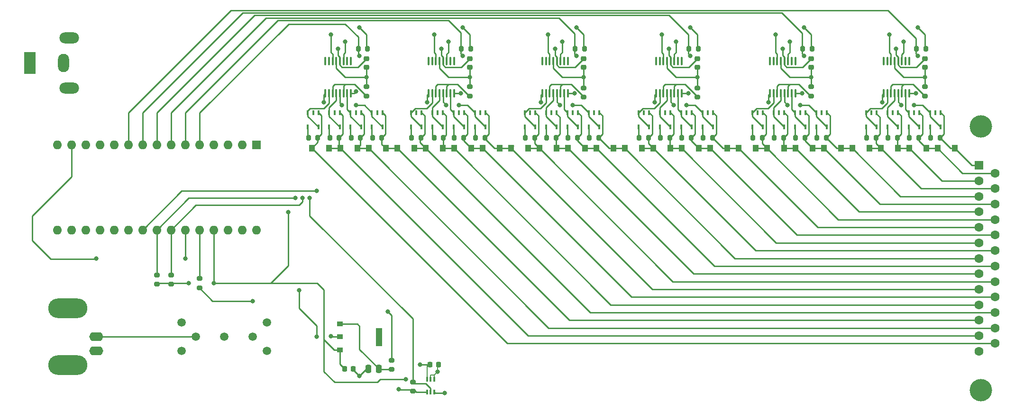
<source format=gbr>
%TF.GenerationSoftware,KiCad,Pcbnew,(6.0.9)*%
%TF.CreationDate,2023-02-20T09:51:29-08:00*%
%TF.ProjectId,RF_control_board_v2,52465f63-6f6e-4747-926f-6c5f626f6172,rev?*%
%TF.SameCoordinates,Original*%
%TF.FileFunction,Copper,L1,Top*%
%TF.FilePolarity,Positive*%
%FSLAX46Y46*%
G04 Gerber Fmt 4.6, Leading zero omitted, Abs format (unit mm)*
G04 Created by KiCad (PCBNEW (6.0.9)) date 2023-02-20 09:51:29*
%MOMM*%
%LPD*%
G01*
G04 APERTURE LIST*
G04 Aperture macros list*
%AMRoundRect*
0 Rectangle with rounded corners*
0 $1 Rounding radius*
0 $2 $3 $4 $5 $6 $7 $8 $9 X,Y pos of 4 corners*
0 Add a 4 corners polygon primitive as box body*
4,1,4,$2,$3,$4,$5,$6,$7,$8,$9,$2,$3,0*
0 Add four circle primitives for the rounded corners*
1,1,$1+$1,$2,$3*
1,1,$1+$1,$4,$5*
1,1,$1+$1,$6,$7*
1,1,$1+$1,$8,$9*
0 Add four rect primitives between the rounded corners*
20,1,$1+$1,$2,$3,$4,$5,0*
20,1,$1+$1,$4,$5,$6,$7,0*
20,1,$1+$1,$6,$7,$8,$9,0*
20,1,$1+$1,$8,$9,$2,$3,0*%
G04 Aperture macros list end*
%TA.AperFunction,EtchedComponent*%
%ADD10C,0.100000*%
%TD*%
%TA.AperFunction,SMDPad,CuDef*%
%ADD11RoundRect,0.250000X0.250000X0.475000X-0.250000X0.475000X-0.250000X-0.475000X0.250000X-0.475000X0*%
%TD*%
%TA.AperFunction,ComponentPad*%
%ADD12R,1.600000X1.600000*%
%TD*%
%TA.AperFunction,ComponentPad*%
%ADD13C,1.600000*%
%TD*%
%TA.AperFunction,ComponentPad*%
%ADD14C,4.000000*%
%TD*%
%TA.AperFunction,SMDPad,CuDef*%
%ADD15RoundRect,0.200000X-0.275000X0.200000X-0.275000X-0.200000X0.275000X-0.200000X0.275000X0.200000X0*%
%TD*%
%TA.AperFunction,SMDPad,CuDef*%
%ADD16R,0.406400X0.903199*%
%TD*%
%TA.AperFunction,SMDPad,CuDef*%
%ADD17RoundRect,0.200000X-0.200000X-0.275000X0.200000X-0.275000X0.200000X0.275000X-0.200000X0.275000X0*%
%TD*%
%TA.AperFunction,SMDPad,CuDef*%
%ADD18RoundRect,0.100000X0.100000X-0.637500X0.100000X0.637500X-0.100000X0.637500X-0.100000X-0.637500X0*%
%TD*%
%TA.AperFunction,SMDPad,CuDef*%
%ADD19RoundRect,0.225000X0.250000X-0.225000X0.250000X0.225000X-0.250000X0.225000X-0.250000X-0.225000X0*%
%TD*%
%TA.AperFunction,SMDPad,CuDef*%
%ADD20R,1.016000X1.270000*%
%TD*%
%TA.AperFunction,SMDPad,CuDef*%
%ADD21RoundRect,0.200000X0.200000X0.275000X-0.200000X0.275000X-0.200000X-0.275000X0.200000X-0.275000X0*%
%TD*%
%TA.AperFunction,SMDPad,CuDef*%
%ADD22RoundRect,0.225000X-0.225000X-0.250000X0.225000X-0.250000X0.225000X0.250000X-0.225000X0.250000X0*%
%TD*%
%TA.AperFunction,SMDPad,CuDef*%
%ADD23R,1.016000X0.889000*%
%TD*%
%TA.AperFunction,SMDPad,CuDef*%
%ADD24RoundRect,0.200000X0.275000X-0.200000X0.275000X0.200000X-0.275000X0.200000X-0.275000X-0.200000X0*%
%TD*%
%TA.AperFunction,SMDPad,CuDef*%
%ADD25RoundRect,0.225000X0.225000X0.250000X-0.225000X0.250000X-0.225000X-0.250000X0.225000X-0.250000X0*%
%TD*%
%TA.AperFunction,ComponentPad*%
%ADD26O,1.600000X1.600000*%
%TD*%
%TA.AperFunction,ComponentPad*%
%ADD27C,1.498600*%
%TD*%
%TA.AperFunction,ComponentPad*%
%ADD28O,2.500000X1.600000*%
%TD*%
%TA.AperFunction,ComponentPad*%
%ADD29O,7.000000X3.500000*%
%TD*%
%TA.AperFunction,SMDPad,CuDef*%
%ADD30R,0.399999X0.850001*%
%TD*%
%TA.AperFunction,ComponentPad*%
%ADD31R,2.000000X4.000000*%
%TD*%
%TA.AperFunction,ComponentPad*%
%ADD32O,2.000000X3.300000*%
%TD*%
%TA.AperFunction,ComponentPad*%
%ADD33O,3.500000X2.000000*%
%TD*%
%TA.AperFunction,ViaPad*%
%ADD34C,0.800000*%
%TD*%
%TA.AperFunction,Conductor*%
%ADD35C,0.250000*%
%TD*%
%TA.AperFunction,Conductor*%
%ADD36C,0.200000*%
%TD*%
G04 APERTURE END LIST*
%TO.C,U1*%
G36*
X97980500Y-131210200D02*
G01*
X96964500Y-131210200D01*
X96964500Y-128009800D01*
X97980500Y-128009800D01*
X97980500Y-131210200D01*
G37*
D10*
X97980500Y-131210200D02*
X96964500Y-131210200D01*
X96964500Y-128009800D01*
X97980500Y-128009800D01*
X97980500Y-131210200D01*
%TD*%
D11*
%TO.P,C9,1*%
%TO.N,Net-(C9-Pad1)*%
X97470000Y-135325000D03*
%TO.P,C9,2*%
%TO.N,GND*%
X95570000Y-135325000D03*
%TD*%
D12*
%TO.P,J2,1,1*%
%TO.N,Net-(J2-Pad1)*%
X204659669Y-98945000D03*
D13*
%TO.P,J2,2,2*%
%TO.N,Net-(J2-Pad2)*%
X204659669Y-101715000D03*
%TO.P,J2,3,3*%
%TO.N,Net-(J2-Pad3)*%
X204659669Y-104485000D03*
%TO.P,J2,4,4*%
%TO.N,Net-(J2-Pad4)*%
X204659669Y-107255000D03*
%TO.P,J2,5,5*%
%TO.N,Net-(J2-Pad5)*%
X204659669Y-110025000D03*
%TO.P,J2,6,6*%
%TO.N,Net-(J2-Pad6)*%
X204659669Y-112795000D03*
%TO.P,J2,7,7*%
%TO.N,Net-(J2-Pad7)*%
X204659669Y-115565000D03*
%TO.P,J2,8,8*%
%TO.N,Net-(J2-Pad8)*%
X204659669Y-118335000D03*
%TO.P,J2,9,9*%
%TO.N,Net-(J2-Pad9)*%
X204659669Y-121105000D03*
%TO.P,J2,10,10*%
%TO.N,Net-(J2-Pad10)*%
X204659669Y-123875000D03*
%TO.P,J2,11,11*%
%TO.N,Net-(J2-Pad11)*%
X204659669Y-126645000D03*
%TO.P,J2,12,12*%
%TO.N,Net-(J2-Pad12)*%
X204659669Y-129415000D03*
%TO.P,J2,13,13*%
%TO.N,unconnected-(J2-Pad13)*%
X204659669Y-132185000D03*
%TO.P,J2,14,P14*%
%TO.N,Net-(J2-Pad14)*%
X207499669Y-100330000D03*
%TO.P,J2,15,P15*%
%TO.N,Net-(J2-Pad15)*%
X207499669Y-103100000D03*
%TO.P,J2,16,P16*%
%TO.N,Net-(J2-Pad16)*%
X207499669Y-105870000D03*
%TO.P,J2,17,P17*%
%TO.N,Net-(J2-Pad17)*%
X207499669Y-108640000D03*
%TO.P,J2,18,P18*%
%TO.N,Net-(J2-Pad18)*%
X207499669Y-111410000D03*
%TO.P,J2,19,P19*%
%TO.N,Net-(J2-Pad19)*%
X207499669Y-114180000D03*
%TO.P,J2,20,P20*%
%TO.N,Net-(J2-Pad20)*%
X207499669Y-116950000D03*
%TO.P,J2,21,P21*%
%TO.N,Net-(J2-Pad21)*%
X207499669Y-119720000D03*
%TO.P,J2,22,P22*%
%TO.N,Net-(J2-Pad22)*%
X207499669Y-122490000D03*
%TO.P,J2,23,P23*%
%TO.N,Net-(J2-Pad23)*%
X207499669Y-125260000D03*
%TO.P,J2,24,P24*%
%TO.N,Net-(J2-Pad24)*%
X207499669Y-128030000D03*
%TO.P,J2,25,P25*%
%TO.N,Net-(J2-Pad25)*%
X207499669Y-130800000D03*
D14*
%TO.P,J2,0,PAD*%
%TO.N,unconnected-(J2-Pad0)*%
X204959669Y-139115000D03*
X204959669Y-92015000D03*
%TD*%
D15*
%TO.P,R19,1*%
%TO.N,GND*%
X95250000Y-84900000D03*
%TO.P,R19,2*%
%TO.N,Net-(R19-Pad2)*%
X95250000Y-86550000D03*
%TD*%
D16*
%TO.P,U32,1,CATHODE*%
%TO.N,Net-(R40-Pad1)*%
X84774999Y-92100400D03*
%TO.P,U32,2,CATHODE*%
%TO.N,Net-(U12-Pad2)*%
X86675001Y-92100400D03*
%TO.P,U32,3,ANODE*%
%TO.N,Net-(J2-Pad25)*%
X86675001Y-89509600D03*
%TO.P,U32,4,NC*%
%TO.N,unconnected-(U32-Pad4)*%
X85725000Y-89509600D03*
%TO.P,U32,5,ANODE*%
%TO.N,Net-(U12-Pad2)*%
X84774999Y-89509600D03*
%TD*%
D17*
%TO.P,R36,1*%
%TO.N,Net-(R36-Pad1)*%
X103315000Y-93980000D03*
%TO.P,R36,2*%
%TO.N,Net-(J2-Pad23)*%
X104965000Y-93980000D03*
%TD*%
D15*
%TO.P,R2,1*%
%TO.N,Net-(A1-Pad23)*%
X57785000Y-118555000D03*
%TO.P,R2,2*%
%TO.N,Net-(A1-Pad27)*%
X57785000Y-120205000D03*
%TD*%
D18*
%TO.P,U8,1,~{SLEEP}*%
%TO.N,Net-(A1-Pad22)*%
X167270000Y-86047500D03*
%TO.P,U8,2,OUT1*%
%TO.N,Net-(U17-Pad2)*%
X167920000Y-86047500D03*
%TO.P,U8,3,ISEN12*%
%TO.N,Net-(R15-Pad2)*%
X168570000Y-86047500D03*
%TO.P,U8,4,OUT2*%
%TO.N,Net-(U16-Pad2)*%
X169220000Y-86047500D03*
%TO.P,U8,5,OUT4*%
%TO.N,Net-(U14-Pad2)*%
X169870000Y-86047500D03*
%TO.P,U8,6,ISEN34*%
%TO.N,Net-(R15-Pad2)*%
X170520000Y-86047500D03*
%TO.P,U8,7,OUT3*%
%TO.N,Net-(U15-Pad2)*%
X171170000Y-86047500D03*
%TO.P,U8,8,~{FAULT}*%
%TO.N,Net-(A1-Pad9)*%
X171820000Y-86047500D03*
%TO.P,U8,9,IN3*%
%TO.N,unconnected-(U8-Pad9)*%
X171820000Y-80322500D03*
%TO.P,U8,10,IN4*%
%TO.N,unconnected-(U8-Pad10)*%
X171170000Y-80322500D03*
%TO.P,U8,11,SCL*%
%TO.N,Net-(A1-Pad24)*%
X170520000Y-80322500D03*
%TO.P,U8,12,VM*%
%TO.N,Net-(C1-Pad2)*%
X169870000Y-80322500D03*
%TO.P,U8,13,GND*%
%TO.N,GND*%
X169220000Y-80322500D03*
%TO.P,U8,14,SDA*%
%TO.N,Net-(A1-Pad23)*%
X168570000Y-80322500D03*
%TO.P,U8,15,IN2*%
%TO.N,unconnected-(U8-Pad15)*%
X167920000Y-80322500D03*
%TO.P,U8,16,IN1*%
%TO.N,unconnected-(U8-Pad16)*%
X167270000Y-80322500D03*
%TD*%
D15*
%TO.P,R1,1*%
%TO.N,Net-(A1-Pad24)*%
X60325000Y-118555000D03*
%TO.P,R1,2*%
%TO.N,Net-(A1-Pad27)*%
X60325000Y-120205000D03*
%TD*%
D19*
%TO.P,C7,1*%
%TO.N,GND*%
X95250000Y-81420000D03*
%TO.P,C7,2*%
%TO.N,Net-(C1-Pad2)*%
X95250000Y-79870000D03*
%TD*%
D16*
%TO.P,U13,1,CATHODE*%
%TO.N,Net-(R20-Pad1)*%
X184469999Y-92100400D03*
%TO.P,U13,2,CATHODE*%
%TO.N,Net-(U13-Pad2)*%
X186370001Y-92100400D03*
%TO.P,U13,3,ANODE*%
%TO.N,Net-(J2-Pad15)*%
X186370001Y-89509600D03*
%TO.P,U13,4,NC*%
%TO.N,unconnected-(U13-Pad4)*%
X185420000Y-89509600D03*
%TO.P,U13,5,ANODE*%
%TO.N,Net-(U13-Pad2)*%
X184469999Y-89509600D03*
%TD*%
D18*
%TO.P,U10,1,~{SLEEP}*%
%TO.N,Net-(A1-Pad22)*%
X126630000Y-86047500D03*
%TO.P,U10,2,OUT1*%
%TO.N,Net-(U10-Pad2)*%
X127280000Y-86047500D03*
%TO.P,U10,3,ISEN12*%
%TO.N,Net-(R17-Pad2)*%
X127930000Y-86047500D03*
%TO.P,U10,4,OUT2*%
%TO.N,Net-(U10-Pad4)*%
X128580000Y-86047500D03*
%TO.P,U10,5,OUT4*%
%TO.N,Net-(U10-Pad5)*%
X129230000Y-86047500D03*
%TO.P,U10,6,ISEN34*%
%TO.N,Net-(R17-Pad2)*%
X129880000Y-86047500D03*
%TO.P,U10,7,OUT3*%
%TO.N,Net-(U10-Pad7)*%
X130530000Y-86047500D03*
%TO.P,U10,8,~{FAULT}*%
%TO.N,Net-(A1-Pad7)*%
X131180000Y-86047500D03*
%TO.P,U10,9,IN3*%
%TO.N,unconnected-(U10-Pad9)*%
X131180000Y-80322500D03*
%TO.P,U10,10,IN4*%
%TO.N,unconnected-(U10-Pad10)*%
X130530000Y-80322500D03*
%TO.P,U10,11,SCL*%
%TO.N,Net-(A1-Pad24)*%
X129880000Y-80322500D03*
%TO.P,U10,12,VM*%
%TO.N,Net-(C1-Pad2)*%
X129230000Y-80322500D03*
%TO.P,U10,13,GND*%
%TO.N,GND*%
X128580000Y-80322500D03*
%TO.P,U10,14,SDA*%
%TO.N,Net-(A1-Pad23)*%
X127930000Y-80322500D03*
%TO.P,U10,15,IN2*%
%TO.N,unconnected-(U10-Pad15)*%
X127280000Y-80322500D03*
%TO.P,U10,16,IN1*%
%TO.N,unconnected-(U10-Pad16)*%
X126630000Y-80322500D03*
%TD*%
D17*
%TO.P,R22,1*%
%TO.N,Net-(R22-Pad1)*%
X171895000Y-93980000D03*
%TO.P,R22,2*%
%TO.N,Net-(J2-Pad16)*%
X173545000Y-93980000D03*
%TD*%
D16*
%TO.P,U19,1,CATHODE*%
%TO.N,Net-(R26-Pad1)*%
X151449999Y-92100400D03*
%TO.P,U19,2,CATHODE*%
%TO.N,Net-(U19-Pad2)*%
X153350001Y-92100400D03*
%TO.P,U19,3,ANODE*%
%TO.N,Net-(J2-Pad18)*%
X153350001Y-89509600D03*
%TO.P,U19,4,NC*%
%TO.N,unconnected-(U19-Pad4)*%
X152400000Y-89509600D03*
%TO.P,U19,5,ANODE*%
%TO.N,Net-(U19-Pad2)*%
X151449999Y-89509600D03*
%TD*%
D19*
%TO.P,C5,1*%
%TO.N,GND*%
X113665000Y-81420000D03*
%TO.P,C5,2*%
%TO.N,Net-(C1-Pad2)*%
X113665000Y-79870000D03*
%TD*%
D20*
%TO.P,V3,1*%
%TO.N,Net-(J2-Pad2)*%
X190119000Y-95885000D03*
%TO.P,V3,2*%
%TO.N,Net-(J2-Pad15)*%
X187071000Y-95885000D03*
%TD*%
D16*
%TO.P,U26,1,CATHODE*%
%TO.N,Net-(R33-Pad1)*%
X114619999Y-92100400D03*
%TO.P,U26,2,CATHODE*%
%TO.N,Net-(U11-Pad5)*%
X116520001Y-92100400D03*
%TO.P,U26,3,ANODE*%
%TO.N,Net-(J2-Pad9)*%
X116520001Y-89509600D03*
%TO.P,U26,4,NC*%
%TO.N,unconnected-(U26-Pad4)*%
X115570000Y-89509600D03*
%TO.P,U26,5,ANODE*%
%TO.N,Net-(U11-Pad5)*%
X114619999Y-89509600D03*
%TD*%
D17*
%TO.P,R24,1*%
%TO.N,Net-(R24-Pad1)*%
X164275000Y-93980000D03*
%TO.P,R24,2*%
%TO.N,Net-(J2-Pad17)*%
X165925000Y-93980000D03*
%TD*%
%TO.P,R20,1*%
%TO.N,Net-(R20-Pad1)*%
X184595000Y-93980000D03*
%TO.P,R20,2*%
%TO.N,Net-(J2-Pad15)*%
X186245000Y-93980000D03*
%TD*%
%TO.P,R35,1*%
%TO.N,Net-(R35-Pad1)*%
X107315000Y-93980000D03*
%TO.P,R35,2*%
%TO.N,Net-(J2-Pad10)*%
X108965000Y-93980000D03*
%TD*%
D21*
%TO.P,R11,1*%
%TO.N,Net-(A1-Pad27)*%
X154495000Y-78105000D03*
%TO.P,R11,2*%
%TO.N,Net-(A1-Pad8)*%
X152845000Y-78105000D03*
%TD*%
D22*
%TO.P,C8,1*%
%TO.N,Net-(A1-Pad27)*%
X91300000Y-135325000D03*
%TO.P,C8,2*%
%TO.N,GND*%
X92850000Y-135325000D03*
%TD*%
D16*
%TO.P,U4,1,CATHODE*%
%TO.N,Net-(R4-Pad1)*%
X195899999Y-92100400D03*
%TO.P,U4,2,CATHODE*%
%TO.N,Net-(U3-Pad5)*%
X197800001Y-92100400D03*
%TO.P,U4,3,ANODE*%
%TO.N,Net-(J2-Pad1)*%
X197800001Y-89509600D03*
%TO.P,U4,4,NC*%
%TO.N,unconnected-(U4-Pad4)*%
X196850000Y-89509600D03*
%TO.P,U4,5,ANODE*%
%TO.N,Net-(U3-Pad5)*%
X195899999Y-89509600D03*
%TD*%
D20*
%TO.P,V1,1*%
%TO.N,Net-(J2-Pad1)*%
X200279000Y-95885000D03*
%TO.P,V1,2*%
%TO.N,Net-(J2-Pad14)*%
X197231000Y-95885000D03*
%TD*%
D17*
%TO.P,R37,1*%
%TO.N,Net-(R37-Pad1)*%
X96330000Y-93980000D03*
%TO.P,R37,2*%
%TO.N,Net-(J2-Pad11)*%
X97980000Y-93980000D03*
%TD*%
D23*
%TO.P,U1,1,SET*%
%TO.N,Net-(C9-Pad1)*%
X90487500Y-127311300D03*
%TO.P,U1,2,OUT*%
%TO.N,Net-(A1-Pad25)*%
X90487500Y-129610000D03*
%TO.P,U1,3,IN*%
%TO.N,Net-(A1-Pad27)*%
X90487500Y-131908700D03*
%TD*%
D24*
%TO.P,R8,1*%
%TO.N,Net-(R8-Pad1)*%
X103505000Y-139330001D03*
%TO.P,R8,2*%
%TO.N,Net-(C1-Pad2)*%
X103505000Y-137680001D03*
%TD*%
D20*
%TO.P,V15,1*%
%TO.N,Net-(J2-Pad8)*%
X129159000Y-95885000D03*
%TO.P,V15,2*%
%TO.N,Net-(J2-Pad21)*%
X126111000Y-95885000D03*
%TD*%
D21*
%TO.P,R12,1*%
%TO.N,Net-(A1-Pad27)*%
X134175000Y-78105000D03*
%TO.P,R12,2*%
%TO.N,Net-(A1-Pad7)*%
X132525000Y-78105000D03*
%TD*%
D20*
%TO.P,V13,1*%
%TO.N,Net-(J2-Pad7)*%
X139319000Y-95885000D03*
%TO.P,V13,2*%
%TO.N,Net-(J2-Pad20)*%
X136271000Y-95885000D03*
%TD*%
%TO.P,V2,1*%
%TO.N,Net-(J2-Pad14)*%
X195199000Y-95885000D03*
%TO.P,V2,2*%
%TO.N,Net-(J2-Pad2)*%
X192151000Y-95885000D03*
%TD*%
D21*
%TO.P,R10,1*%
%TO.N,Net-(A1-Pad27)*%
X174815000Y-78105000D03*
%TO.P,R10,2*%
%TO.N,Net-(A1-Pad9)*%
X173165000Y-78105000D03*
%TD*%
D15*
%TO.P,R18,1*%
%TO.N,GND*%
X113665000Y-84900000D03*
%TO.P,R18,2*%
%TO.N,Net-(R18-Pad2)*%
X113665000Y-86550000D03*
%TD*%
D16*
%TO.P,U15,1,CATHODE*%
%TO.N,Net-(R22-Pad1)*%
X171769999Y-92100400D03*
%TO.P,U15,2,CATHODE*%
%TO.N,Net-(U15-Pad2)*%
X173670001Y-92100400D03*
%TO.P,U15,3,ANODE*%
%TO.N,Net-(J2-Pad16)*%
X173670001Y-89509600D03*
%TO.P,U15,4,NC*%
%TO.N,unconnected-(U15-Pad4)*%
X172720000Y-89509600D03*
%TO.P,U15,5,ANODE*%
%TO.N,Net-(U15-Pad2)*%
X171769999Y-89509600D03*
%TD*%
D15*
%TO.P,R3,1*%
%TO.N,GND*%
X194945000Y-84900000D03*
%TO.P,R3,2*%
%TO.N,Net-(R3-Pad2)*%
X194945000Y-86550000D03*
%TD*%
D19*
%TO.P,C3,1*%
%TO.N,GND*%
X174625000Y-81420000D03*
%TO.P,C3,2*%
%TO.N,Net-(C1-Pad2)*%
X174625000Y-79870000D03*
%TD*%
D16*
%TO.P,U24,1,CATHODE*%
%TO.N,Net-(R31-Pad1)*%
X127319999Y-92100400D03*
%TO.P,U24,2,CATHODE*%
%TO.N,Net-(U10-Pad4)*%
X129220001Y-92100400D03*
%TO.P,U24,3,ANODE*%
%TO.N,Net-(J2-Pad8)*%
X129220001Y-89509600D03*
%TO.P,U24,4,NC*%
%TO.N,unconnected-(U24-Pad4)*%
X128270000Y-89509600D03*
%TO.P,U24,5,ANODE*%
%TO.N,Net-(U10-Pad4)*%
X127319999Y-89509600D03*
%TD*%
D17*
%TO.P,R29,1*%
%TO.N,Net-(R29-Pad1)*%
X135065000Y-93980000D03*
%TO.P,R29,2*%
%TO.N,Net-(J2-Pad7)*%
X136715000Y-93980000D03*
%TD*%
D20*
%TO.P,V20,1*%
%TO.N,Net-(J2-Pad23)*%
X103759000Y-95885000D03*
%TO.P,V20,2*%
%TO.N,Net-(J2-Pad11)*%
X100711000Y-95885000D03*
%TD*%
%TO.P,V18,1*%
%TO.N,Net-(J2-Pad22)*%
X113919000Y-95885000D03*
%TO.P,V18,2*%
%TO.N,Net-(J2-Pad10)*%
X110871000Y-95885000D03*
%TD*%
D15*
%TO.P,R15,1*%
%TO.N,GND*%
X174625000Y-84900000D03*
%TO.P,R15,2*%
%TO.N,Net-(R15-Pad2)*%
X174625000Y-86550000D03*
%TD*%
D20*
%TO.P,V14,1*%
%TO.N,Net-(J2-Pad20)*%
X134239000Y-95885000D03*
%TO.P,V14,2*%
%TO.N,Net-(J2-Pad8)*%
X131191000Y-95885000D03*
%TD*%
D16*
%TO.P,U31,1,CATHODE*%
%TO.N,Net-(R39-Pad1)*%
X88584999Y-92100400D03*
%TO.P,U31,2,CATHODE*%
%TO.N,Net-(U12-Pad4)*%
X90485001Y-92100400D03*
%TO.P,U31,3,ANODE*%
%TO.N,Net-(J2-Pad12)*%
X90485001Y-89509600D03*
%TO.P,U31,4,NC*%
%TO.N,unconnected-(U31-Pad4)*%
X89535000Y-89509600D03*
%TO.P,U31,5,ANODE*%
%TO.N,Net-(U12-Pad4)*%
X88584999Y-89509600D03*
%TD*%
D18*
%TO.P,U3,1,~{SLEEP}*%
%TO.N,Net-(A1-Pad22)*%
X187590000Y-86047500D03*
%TO.P,U3,2,OUT1*%
%TO.N,Net-(U13-Pad2)*%
X188240000Y-86047500D03*
%TO.P,U3,3,ISEN12*%
%TO.N,Net-(R3-Pad2)*%
X188890000Y-86047500D03*
%TO.P,U3,4,OUT2*%
%TO.N,Net-(U3-Pad4)*%
X189540000Y-86047500D03*
%TO.P,U3,5,OUT4*%
%TO.N,Net-(U3-Pad5)*%
X190190000Y-86047500D03*
%TO.P,U3,6,ISEN34*%
%TO.N,Net-(R3-Pad2)*%
X190840000Y-86047500D03*
%TO.P,U3,7,OUT3*%
%TO.N,Net-(U3-Pad7)*%
X191490000Y-86047500D03*
%TO.P,U3,8,~{FAULT}*%
%TO.N,Net-(A1-Pad10)*%
X192140000Y-86047500D03*
%TO.P,U3,9,IN3*%
%TO.N,unconnected-(U3-Pad9)*%
X192140000Y-80322500D03*
%TO.P,U3,10,IN4*%
%TO.N,unconnected-(U3-Pad10)*%
X191490000Y-80322500D03*
%TO.P,U3,11,SCL*%
%TO.N,Net-(A1-Pad24)*%
X190840000Y-80322500D03*
%TO.P,U3,12,VM*%
%TO.N,Net-(C1-Pad2)*%
X190190000Y-80322500D03*
%TO.P,U3,13,GND*%
%TO.N,GND*%
X189540000Y-80322500D03*
%TO.P,U3,14,SDA*%
%TO.N,Net-(A1-Pad23)*%
X188890000Y-80322500D03*
%TO.P,U3,15,IN2*%
%TO.N,unconnected-(U3-Pad15)*%
X188240000Y-80322500D03*
%TO.P,U3,16,IN1*%
%TO.N,unconnected-(U3-Pad16)*%
X187590000Y-80322500D03*
%TD*%
D20*
%TO.P,V6,1*%
%TO.N,Net-(J2-Pad16)*%
X174879000Y-95885000D03*
%TO.P,V6,2*%
%TO.N,Net-(J2-Pad4)*%
X171831000Y-95885000D03*
%TD*%
%TO.P,V23,1*%
%TO.N,Net-(J2-Pad12)*%
X88519000Y-95885000D03*
%TO.P,V23,2*%
%TO.N,Net-(J2-Pad25)*%
X85471000Y-95885000D03*
%TD*%
%TO.P,V12,1*%
%TO.N,Net-(J2-Pad19)*%
X144399000Y-95885000D03*
%TO.P,V12,2*%
%TO.N,Net-(J2-Pad7)*%
X141351000Y-95885000D03*
%TD*%
D17*
%TO.P,R40,1*%
%TO.N,Net-(R40-Pad1)*%
X84900000Y-93980000D03*
%TO.P,R40,2*%
%TO.N,Net-(J2-Pad25)*%
X86550000Y-93980000D03*
%TD*%
D20*
%TO.P,V8,1*%
%TO.N,Net-(J2-Pad17)*%
X164719000Y-95885000D03*
%TO.P,V8,2*%
%TO.N,Net-(J2-Pad5)*%
X161671000Y-95885000D03*
%TD*%
%TO.P,V7,1*%
%TO.N,Net-(J2-Pad4)*%
X169799000Y-95885000D03*
%TO.P,V7,2*%
%TO.N,Net-(J2-Pad17)*%
X166751000Y-95885000D03*
%TD*%
D17*
%TO.P,R38,1*%
%TO.N,Net-(R38-Pad1)*%
X92520000Y-93980000D03*
%TO.P,R38,2*%
%TO.N,Net-(J2-Pad24)*%
X94170000Y-93980000D03*
%TD*%
D16*
%TO.P,U29,1,CATHODE*%
%TO.N,Net-(R36-Pad1)*%
X103189999Y-92100400D03*
%TO.P,U29,2,CATHODE*%
%TO.N,Net-(U11-Pad2)*%
X105090001Y-92100400D03*
%TO.P,U29,3,ANODE*%
%TO.N,Net-(J2-Pad23)*%
X105090001Y-89509600D03*
%TO.P,U29,4,NC*%
%TO.N,unconnected-(U29-Pad4)*%
X104140000Y-89509600D03*
%TO.P,U29,5,ANODE*%
%TO.N,Net-(U11-Pad2)*%
X103189999Y-89509600D03*
%TD*%
D20*
%TO.P,V10,1*%
%TO.N,Net-(J2-Pad18)*%
X154559000Y-95885000D03*
%TO.P,V10,2*%
%TO.N,Net-(J2-Pad6)*%
X151511000Y-95885000D03*
%TD*%
D25*
%TO.P,C2,1*%
%TO.N,GND*%
X108090000Y-134550000D03*
%TO.P,C2,2*%
%TO.N,Net-(A1-Pad27)*%
X106540000Y-134550000D03*
%TD*%
D17*
%TO.P,R4,1*%
%TO.N,Net-(R4-Pad1)*%
X196025000Y-93980000D03*
%TO.P,R4,2*%
%TO.N,Net-(J2-Pad1)*%
X197675000Y-93980000D03*
%TD*%
D16*
%TO.P,U30,1,CATHODE*%
%TO.N,Net-(R38-Pad1)*%
X92394999Y-92100400D03*
%TO.P,U30,2,CATHODE*%
%TO.N,Net-(U12-Pad7)*%
X94295001Y-92100400D03*
%TO.P,U30,3,ANODE*%
%TO.N,Net-(J2-Pad24)*%
X94295001Y-89509600D03*
%TO.P,U30,4,NC*%
%TO.N,unconnected-(U30-Pad4)*%
X93345000Y-89509600D03*
%TO.P,U30,5,ANODE*%
%TO.N,Net-(U12-Pad7)*%
X92394999Y-89509600D03*
%TD*%
%TO.P,U21,1,CATHODE*%
%TO.N,Net-(R28-Pad1)*%
X143829999Y-92100400D03*
%TO.P,U21,2,CATHODE*%
%TO.N,Net-(U21-Pad2)*%
X145730001Y-92100400D03*
%TO.P,U21,3,ANODE*%
%TO.N,Net-(J2-Pad19)*%
X145730001Y-89509600D03*
%TO.P,U21,4,NC*%
%TO.N,unconnected-(U21-Pad4)*%
X144780000Y-89509600D03*
%TO.P,U21,5,ANODE*%
%TO.N,Net-(U21-Pad2)*%
X143829999Y-89509600D03*
%TD*%
D17*
%TO.P,R39,1*%
%TO.N,Net-(R39-Pad1)*%
X88710000Y-93980000D03*
%TO.P,R39,2*%
%TO.N,Net-(J2-Pad12)*%
X90360000Y-93980000D03*
%TD*%
D16*
%TO.P,U20,1,CATHODE*%
%TO.N,Net-(R27-Pad1)*%
X147639999Y-92100400D03*
%TO.P,U20,2,CATHODE*%
%TO.N,Net-(U20-Pad2)*%
X149540001Y-92100400D03*
%TO.P,U20,3,ANODE*%
%TO.N,Net-(J2-Pad6)*%
X149540001Y-89509600D03*
%TO.P,U20,4,NC*%
%TO.N,unconnected-(U20-Pad4)*%
X148590000Y-89509600D03*
%TO.P,U20,5,ANODE*%
%TO.N,Net-(U20-Pad2)*%
X147639999Y-89509600D03*
%TD*%
D17*
%TO.P,R23,1*%
%TO.N,Net-(R23-Pad1)*%
X168085000Y-93980000D03*
%TO.P,R23,2*%
%TO.N,Net-(J2-Pad4)*%
X169735000Y-93980000D03*
%TD*%
D16*
%TO.P,U23,1,CATHODE*%
%TO.N,Net-(R30-Pad1)*%
X131129999Y-92100400D03*
%TO.P,U23,2,CATHODE*%
%TO.N,Net-(U10-Pad7)*%
X133030001Y-92100400D03*
%TO.P,U23,3,ANODE*%
%TO.N,Net-(J2-Pad20)*%
X133030001Y-89509600D03*
%TO.P,U23,4,NC*%
%TO.N,unconnected-(U23-Pad4)*%
X132080000Y-89509600D03*
%TO.P,U23,5,ANODE*%
%TO.N,Net-(U10-Pad7)*%
X131129999Y-89509600D03*
%TD*%
D12*
%TO.P,A1,1,D1/TX*%
%TO.N,unconnected-(A1-Pad1)*%
X75565000Y-95250000D03*
D26*
%TO.P,A1,2,D0/RX*%
%TO.N,unconnected-(A1-Pad2)*%
X73025000Y-95250000D03*
%TO.P,A1,3,~{RESET}*%
%TO.N,unconnected-(A1-Pad3)*%
X70485000Y-95250000D03*
%TO.P,A1,4,GND*%
%TO.N,GND*%
X67945000Y-95250000D03*
%TO.P,A1,5,D2*%
%TO.N,Net-(A1-Pad5)*%
X65405000Y-95250000D03*
%TO.P,A1,6,D3*%
%TO.N,Net-(A1-Pad6)*%
X62865000Y-95250000D03*
%TO.P,A1,7,D4*%
%TO.N,Net-(A1-Pad7)*%
X60325000Y-95250000D03*
%TO.P,A1,8,D5*%
%TO.N,Net-(A1-Pad8)*%
X57785000Y-95250000D03*
%TO.P,A1,9,D6*%
%TO.N,Net-(A1-Pad9)*%
X55245000Y-95250000D03*
%TO.P,A1,10,D7*%
%TO.N,Net-(A1-Pad10)*%
X52705000Y-95250000D03*
%TO.P,A1,11,D8*%
%TO.N,unconnected-(A1-Pad11)*%
X50165000Y-95250000D03*
%TO.P,A1,12,D9*%
%TO.N,unconnected-(A1-Pad12)*%
X47625000Y-95250000D03*
%TO.P,A1,13,D10*%
%TO.N,unconnected-(A1-Pad13)*%
X45085000Y-95250000D03*
%TO.P,A1,14,D11*%
%TO.N,Net-(A1-Pad14)*%
X42545000Y-95250000D03*
%TO.P,A1,15,D12*%
%TO.N,unconnected-(A1-Pad15)*%
X40005000Y-95250000D03*
%TO.P,A1,16,D13*%
%TO.N,unconnected-(A1-Pad16)*%
X40005000Y-110490000D03*
%TO.P,A1,17,3V3*%
%TO.N,unconnected-(A1-Pad17)*%
X42545000Y-110490000D03*
%TO.P,A1,18,AREF*%
%TO.N,unconnected-(A1-Pad18)*%
X45085000Y-110490000D03*
%TO.P,A1,19,A0*%
%TO.N,unconnected-(A1-Pad19)*%
X47625000Y-110490000D03*
%TO.P,A1,20,A1*%
%TO.N,unconnected-(A1-Pad20)*%
X50165000Y-110490000D03*
%TO.P,A1,21,A2*%
%TO.N,unconnected-(A1-Pad21)*%
X52705000Y-110490000D03*
%TO.P,A1,22,A3*%
%TO.N,Net-(A1-Pad22)*%
X55245000Y-110490000D03*
%TO.P,A1,23,A4*%
%TO.N,Net-(A1-Pad23)*%
X57785000Y-110490000D03*
%TO.P,A1,24,A5*%
%TO.N,Net-(A1-Pad24)*%
X60325000Y-110490000D03*
%TO.P,A1,25,A6*%
%TO.N,Net-(A1-Pad25)*%
X62865000Y-110490000D03*
%TO.P,A1,26,A7*%
%TO.N,Net-(A1-Pad26)*%
X65405000Y-110490000D03*
%TO.P,A1,27,+5V*%
%TO.N,Net-(A1-Pad27)*%
X67945000Y-110490000D03*
%TO.P,A1,28,~{RESET}*%
%TO.N,unconnected-(A1-Pad28)*%
X70485000Y-110490000D03*
%TO.P,A1,29,GND*%
%TO.N,GND*%
X73025000Y-110490000D03*
%TO.P,A1,30,VIN*%
%TO.N,Net-(A1-Pad30)*%
X75565000Y-110490000D03*
%TD*%
D16*
%TO.P,U6,1,CATHODE*%
%TO.N,Net-(R6-Pad1)*%
X188279999Y-92100400D03*
%TO.P,U6,2,CATHODE*%
%TO.N,Net-(U3-Pad4)*%
X190180001Y-92100400D03*
%TO.P,U6,3,ANODE*%
%TO.N,Net-(J2-Pad2)*%
X190180001Y-89509600D03*
%TO.P,U6,4,NC*%
%TO.N,unconnected-(U6-Pad4)*%
X189230000Y-89509600D03*
%TO.P,U6,5,ANODE*%
%TO.N,Net-(U3-Pad4)*%
X188279999Y-89509600D03*
%TD*%
%TO.P,U27,1,CATHODE*%
%TO.N,Net-(R34-Pad1)*%
X110809999Y-92100400D03*
%TO.P,U27,2,CATHODE*%
%TO.N,Net-(U11-Pad7)*%
X112710001Y-92100400D03*
%TO.P,U27,3,ANODE*%
%TO.N,Net-(J2-Pad22)*%
X112710001Y-89509600D03*
%TO.P,U27,4,NC*%
%TO.N,unconnected-(U27-Pad4)*%
X111760000Y-89509600D03*
%TO.P,U27,5,ANODE*%
%TO.N,Net-(U11-Pad7)*%
X110809999Y-89509600D03*
%TD*%
D21*
%TO.P,R14,1*%
%TO.N,Net-(A1-Pad27)*%
X95440000Y-78105000D03*
%TO.P,R14,2*%
%TO.N,Net-(A1-Pad5)*%
X93790000Y-78105000D03*
%TD*%
D17*
%TO.P,R21,1*%
%TO.N,Net-(R21-Pad1)*%
X175705000Y-93980000D03*
%TO.P,R21,2*%
%TO.N,Net-(J2-Pad3)*%
X177355000Y-93980000D03*
%TD*%
D20*
%TO.P,V16,1*%
%TO.N,Net-(J2-Pad21)*%
X124079000Y-95885000D03*
%TO.P,V16,2*%
%TO.N,Net-(J2-Pad9)*%
X121031000Y-95885000D03*
%TD*%
D17*
%TO.P,R34,1*%
%TO.N,Net-(R34-Pad1)*%
X110935000Y-93980000D03*
%TO.P,R34,2*%
%TO.N,Net-(J2-Pad22)*%
X112585000Y-93980000D03*
%TD*%
%TO.P,R32,1*%
%TO.N,Net-(R32-Pad1)*%
X123635000Y-93980000D03*
%TO.P,R32,2*%
%TO.N,Net-(J2-Pad21)*%
X125285000Y-93980000D03*
%TD*%
D18*
%TO.P,U9,1,~{SLEEP}*%
%TO.N,Net-(A1-Pad22)*%
X146950000Y-86047500D03*
%TO.P,U9,2,OUT1*%
%TO.N,Net-(U21-Pad2)*%
X147600000Y-86047500D03*
%TO.P,U9,3,ISEN12*%
%TO.N,Net-(R16-Pad2)*%
X148250000Y-86047500D03*
%TO.P,U9,4,OUT2*%
%TO.N,Net-(U20-Pad2)*%
X148900000Y-86047500D03*
%TO.P,U9,5,OUT4*%
%TO.N,Net-(U18-Pad2)*%
X149550000Y-86047500D03*
%TO.P,U9,6,ISEN34*%
%TO.N,Net-(R16-Pad2)*%
X150200000Y-86047500D03*
%TO.P,U9,7,OUT3*%
%TO.N,Net-(U19-Pad2)*%
X150850000Y-86047500D03*
%TO.P,U9,8,~{FAULT}*%
%TO.N,Net-(A1-Pad8)*%
X151500000Y-86047500D03*
%TO.P,U9,9,IN3*%
%TO.N,unconnected-(U9-Pad9)*%
X151500000Y-80322500D03*
%TO.P,U9,10,IN4*%
%TO.N,unconnected-(U9-Pad10)*%
X150850000Y-80322500D03*
%TO.P,U9,11,SCL*%
%TO.N,Net-(A1-Pad24)*%
X150200000Y-80322500D03*
%TO.P,U9,12,VM*%
%TO.N,Net-(C1-Pad2)*%
X149550000Y-80322500D03*
%TO.P,U9,13,GND*%
%TO.N,GND*%
X148900000Y-80322500D03*
%TO.P,U9,14,SDA*%
%TO.N,Net-(A1-Pad23)*%
X148250000Y-80322500D03*
%TO.P,U9,15,IN2*%
%TO.N,unconnected-(U9-Pad15)*%
X147600000Y-80322500D03*
%TO.P,U9,16,IN1*%
%TO.N,unconnected-(U9-Pad16)*%
X146950000Y-80322500D03*
%TD*%
D20*
%TO.P,V11,1*%
%TO.N,Net-(J2-Pad6)*%
X149479000Y-95885000D03*
%TO.P,V11,2*%
%TO.N,Net-(J2-Pad19)*%
X146431000Y-95885000D03*
%TD*%
D24*
%TO.P,R7,1*%
%TO.N,Net-(R7-Pad1)*%
X65405000Y-120840000D03*
%TO.P,R7,2*%
%TO.N,Net-(A1-Pad26)*%
X65405000Y-119190000D03*
%TD*%
D17*
%TO.P,R25,1*%
%TO.N,Net-(R25-Pad1)*%
X155385000Y-93980000D03*
%TO.P,R25,2*%
%TO.N,Net-(J2-Pad5)*%
X157035000Y-93980000D03*
%TD*%
D21*
%TO.P,R13,1*%
%TO.N,Net-(A1-Pad27)*%
X113855000Y-78105000D03*
%TO.P,R13,2*%
%TO.N,Net-(A1-Pad6)*%
X112205000Y-78105000D03*
%TD*%
D16*
%TO.P,U22,1,CATHODE*%
%TO.N,Net-(R29-Pad1)*%
X134939999Y-92100400D03*
%TO.P,U22,2,CATHODE*%
%TO.N,Net-(U10-Pad5)*%
X136840001Y-92100400D03*
%TO.P,U22,3,ANODE*%
%TO.N,Net-(J2-Pad7)*%
X136840001Y-89509600D03*
%TO.P,U22,4,NC*%
%TO.N,unconnected-(U22-Pad4)*%
X135890000Y-89509600D03*
%TO.P,U22,5,ANODE*%
%TO.N,Net-(U10-Pad5)*%
X134939999Y-89509600D03*
%TD*%
%TO.P,U14,1,CATHODE*%
%TO.N,Net-(R21-Pad1)*%
X175579999Y-92100400D03*
%TO.P,U14,2,CATHODE*%
%TO.N,Net-(U14-Pad2)*%
X177480001Y-92100400D03*
%TO.P,U14,3,ANODE*%
%TO.N,Net-(J2-Pad3)*%
X177480001Y-89509600D03*
%TO.P,U14,4,NC*%
%TO.N,unconnected-(U14-Pad4)*%
X176530000Y-89509600D03*
%TO.P,U14,5,ANODE*%
%TO.N,Net-(U14-Pad2)*%
X175579999Y-89509600D03*
%TD*%
%TO.P,U28,1,CATHODE*%
%TO.N,Net-(R35-Pad1)*%
X106999999Y-92100400D03*
%TO.P,U28,2,CATHODE*%
%TO.N,Net-(U11-Pad4)*%
X108900001Y-92100400D03*
%TO.P,U28,3,ANODE*%
%TO.N,Net-(J2-Pad10)*%
X108900001Y-89509600D03*
%TO.P,U28,4,NC*%
%TO.N,unconnected-(U28-Pad4)*%
X107950000Y-89509600D03*
%TO.P,U28,5,ANODE*%
%TO.N,Net-(U11-Pad4)*%
X106999999Y-89509600D03*
%TD*%
D17*
%TO.P,R26,1*%
%TO.N,Net-(R26-Pad1)*%
X151575000Y-93980000D03*
%TO.P,R26,2*%
%TO.N,Net-(J2-Pad18)*%
X153225000Y-93980000D03*
%TD*%
D16*
%TO.P,U2,1,CATHODE*%
%TO.N,Net-(R37-Pad1)*%
X96204999Y-92100400D03*
%TO.P,U2,2,CATHODE*%
%TO.N,Net-(U12-Pad5)*%
X98105001Y-92100400D03*
%TO.P,U2,3,ANODE*%
%TO.N,Net-(J2-Pad11)*%
X98105001Y-89509600D03*
%TO.P,U2,4,NC*%
%TO.N,unconnected-(U2-Pad4)*%
X97155000Y-89509600D03*
%TO.P,U2,5,ANODE*%
%TO.N,Net-(U12-Pad5)*%
X96204999Y-89509600D03*
%TD*%
D20*
%TO.P,V19,1*%
%TO.N,Net-(J2-Pad10)*%
X108839000Y-95885000D03*
%TO.P,V19,2*%
%TO.N,Net-(J2-Pad23)*%
X105791000Y-95885000D03*
%TD*%
D16*
%TO.P,U17,1,CATHODE*%
%TO.N,Net-(R24-Pad1)*%
X164149999Y-92100400D03*
%TO.P,U17,2,CATHODE*%
%TO.N,Net-(U17-Pad2)*%
X166050001Y-92100400D03*
%TO.P,U17,3,ANODE*%
%TO.N,Net-(J2-Pad17)*%
X166050001Y-89509600D03*
%TO.P,U17,4,NC*%
%TO.N,unconnected-(U17-Pad4)*%
X165100000Y-89509600D03*
%TO.P,U17,5,ANODE*%
%TO.N,Net-(U17-Pad2)*%
X164149999Y-89509600D03*
%TD*%
D27*
%TO.P,SW1,1,1*%
%TO.N,Net-(A1-Pad25)*%
X74930000Y-129563226D03*
%TO.P,SW1,2,2*%
%TO.N,Net-(R8-Pad1)*%
X69850000Y-129563226D03*
%TO.P,SW1,3,3*%
%TO.N,Net-(J3-Pad1)*%
X64770000Y-129563226D03*
%TO.P,SW1,4*%
%TO.N,N/C*%
X77470000Y-132103226D03*
%TO.P,SW1,5*%
X62230000Y-132103226D03*
%TO.P,SW1,6*%
X77470000Y-127023226D03*
%TO.P,SW1,7*%
X62230000Y-127023226D03*
%TD*%
D18*
%TO.P,U12,1,~{SLEEP}*%
%TO.N,Net-(A1-Pad22)*%
X87895000Y-86047500D03*
%TO.P,U12,2,OUT1*%
%TO.N,Net-(U12-Pad2)*%
X88545000Y-86047500D03*
%TO.P,U12,3,ISEN12*%
%TO.N,Net-(R19-Pad2)*%
X89195000Y-86047500D03*
%TO.P,U12,4,OUT2*%
%TO.N,Net-(U12-Pad4)*%
X89845000Y-86047500D03*
%TO.P,U12,5,OUT4*%
%TO.N,Net-(U12-Pad5)*%
X90495000Y-86047500D03*
%TO.P,U12,6,ISEN34*%
%TO.N,Net-(R19-Pad2)*%
X91145000Y-86047500D03*
%TO.P,U12,7,OUT3*%
%TO.N,Net-(U12-Pad7)*%
X91795000Y-86047500D03*
%TO.P,U12,8,~{FAULT}*%
%TO.N,Net-(A1-Pad5)*%
X92445000Y-86047500D03*
%TO.P,U12,9,IN3*%
%TO.N,unconnected-(U12-Pad9)*%
X92445000Y-80322500D03*
%TO.P,U12,10,IN4*%
%TO.N,unconnected-(U12-Pad10)*%
X91795000Y-80322500D03*
%TO.P,U12,11,SCL*%
%TO.N,Net-(A1-Pad24)*%
X91145000Y-80322500D03*
%TO.P,U12,12,VM*%
%TO.N,Net-(C1-Pad2)*%
X90495000Y-80322500D03*
%TO.P,U12,13,GND*%
%TO.N,GND*%
X89845000Y-80322500D03*
%TO.P,U12,14,SDA*%
%TO.N,Net-(A1-Pad23)*%
X89195000Y-80322500D03*
%TO.P,U12,15,IN2*%
%TO.N,unconnected-(U12-Pad15)*%
X88545000Y-80322500D03*
%TO.P,U12,16,IN1*%
%TO.N,unconnected-(U12-Pad16)*%
X87895000Y-80322500D03*
%TD*%
D17*
%TO.P,R6,1*%
%TO.N,Net-(R6-Pad1)*%
X188405000Y-93980000D03*
%TO.P,R6,2*%
%TO.N,Net-(J2-Pad2)*%
X190055000Y-93980000D03*
%TD*%
D16*
%TO.P,U5,1,CATHODE*%
%TO.N,Net-(R5-Pad1)*%
X192089999Y-92100400D03*
%TO.P,U5,2,CATHODE*%
%TO.N,Net-(U3-Pad7)*%
X193990001Y-92100400D03*
%TO.P,U5,3,ANODE*%
%TO.N,Net-(J2-Pad14)*%
X193990001Y-89509600D03*
%TO.P,U5,4,NC*%
%TO.N,unconnected-(U5-Pad4)*%
X193040000Y-89509600D03*
%TO.P,U5,5,ANODE*%
%TO.N,Net-(U3-Pad7)*%
X192089999Y-89509600D03*
%TD*%
D20*
%TO.P,V17,1*%
%TO.N,Net-(J2-Pad9)*%
X118999000Y-95885000D03*
%TO.P,V17,2*%
%TO.N,Net-(J2-Pad22)*%
X115951000Y-95885000D03*
%TD*%
D18*
%TO.P,U11,1,~{SLEEP}*%
%TO.N,Net-(A1-Pad22)*%
X106310000Y-86047500D03*
%TO.P,U11,2,OUT1*%
%TO.N,Net-(U11-Pad2)*%
X106960000Y-86047500D03*
%TO.P,U11,3,ISEN12*%
%TO.N,Net-(R18-Pad2)*%
X107610000Y-86047500D03*
%TO.P,U11,4,OUT2*%
%TO.N,Net-(U11-Pad4)*%
X108260000Y-86047500D03*
%TO.P,U11,5,OUT4*%
%TO.N,Net-(U11-Pad5)*%
X108910000Y-86047500D03*
%TO.P,U11,6,ISEN34*%
%TO.N,Net-(R18-Pad2)*%
X109560000Y-86047500D03*
%TO.P,U11,7,OUT3*%
%TO.N,Net-(U11-Pad7)*%
X110210000Y-86047500D03*
%TO.P,U11,8,~{FAULT}*%
%TO.N,Net-(A1-Pad6)*%
X110860000Y-86047500D03*
%TO.P,U11,9,IN3*%
%TO.N,unconnected-(U11-Pad9)*%
X110860000Y-80322500D03*
%TO.P,U11,10,IN4*%
%TO.N,unconnected-(U11-Pad10)*%
X110210000Y-80322500D03*
%TO.P,U11,11,SCL*%
%TO.N,Net-(A1-Pad24)*%
X109560000Y-80322500D03*
%TO.P,U11,12,VM*%
%TO.N,Net-(C1-Pad2)*%
X108910000Y-80322500D03*
%TO.P,U11,13,GND*%
%TO.N,GND*%
X108260000Y-80322500D03*
%TO.P,U11,14,SDA*%
%TO.N,Net-(A1-Pad23)*%
X107610000Y-80322500D03*
%TO.P,U11,15,IN2*%
%TO.N,unconnected-(U11-Pad15)*%
X106960000Y-80322500D03*
%TO.P,U11,16,IN1*%
%TO.N,unconnected-(U11-Pad16)*%
X106310000Y-80322500D03*
%TD*%
D20*
%TO.P,V21,1*%
%TO.N,Net-(J2-Pad11)*%
X98679000Y-95885000D03*
%TO.P,V21,2*%
%TO.N,Net-(J2-Pad24)*%
X95631000Y-95885000D03*
%TD*%
D19*
%TO.P,C4,1*%
%TO.N,GND*%
X154305000Y-81420000D03*
%TO.P,C4,2*%
%TO.N,Net-(C1-Pad2)*%
X154305000Y-79870000D03*
%TD*%
D21*
%TO.P,R9,1*%
%TO.N,Net-(A1-Pad27)*%
X195135000Y-78105000D03*
%TO.P,R9,2*%
%TO.N,Net-(A1-Pad10)*%
X193485000Y-78105000D03*
%TD*%
D16*
%TO.P,U16,1,CATHODE*%
%TO.N,Net-(R23-Pad1)*%
X167959999Y-92100400D03*
%TO.P,U16,2,CATHODE*%
%TO.N,Net-(U16-Pad2)*%
X169860001Y-92100400D03*
%TO.P,U16,3,ANODE*%
%TO.N,Net-(J2-Pad4)*%
X169860001Y-89509600D03*
%TO.P,U16,4,NC*%
%TO.N,unconnected-(U16-Pad4)*%
X168910000Y-89509600D03*
%TO.P,U16,5,ANODE*%
%TO.N,Net-(U16-Pad2)*%
X167959999Y-89509600D03*
%TD*%
D20*
%TO.P,V22,1*%
%TO.N,Net-(J2-Pad24)*%
X93599000Y-95885000D03*
%TO.P,V22,2*%
%TO.N,Net-(J2-Pad12)*%
X90551000Y-95885000D03*
%TD*%
D28*
%TO.P,J3,1,In*%
%TO.N,Net-(J3-Pad1)*%
X46990000Y-129563226D03*
D29*
%TO.P,J3,2,Ext*%
%TO.N,GND*%
X41910000Y-124483226D03*
D28*
X46990000Y-132103226D03*
D29*
X41910000Y-134643226D03*
%TD*%
D15*
%TO.P,R16,1*%
%TO.N,GND*%
X154305000Y-85090000D03*
%TO.P,R16,2*%
%TO.N,Net-(R16-Pad2)*%
X154305000Y-86740000D03*
%TD*%
D30*
%TO.P,U7,1,REF*%
%TO.N,GND*%
X107330001Y-137235001D03*
%TO.P,U7,2,GND*%
X106680000Y-137235001D03*
%TO.P,U7,3,V+*%
%TO.N,Net-(A1-Pad27)*%
X106030001Y-137235001D03*
%TO.P,U7,4,IN+*%
%TO.N,Net-(R8-Pad1)*%
X106030001Y-139485002D03*
%TO.P,U7,5,IN-*%
%TO.N,Net-(C1-Pad2)*%
X106680000Y-139485002D03*
%TO.P,U7,6,OUT*%
%TO.N,Net-(R7-Pad1)*%
X107330001Y-139485002D03*
%TD*%
D15*
%TO.P,R17,1*%
%TO.N,GND*%
X133985000Y-85090000D03*
%TO.P,R17,2*%
%TO.N,Net-(R17-Pad2)*%
X133985000Y-86740000D03*
%TD*%
D20*
%TO.P,V9,1*%
%TO.N,Net-(J2-Pad5)*%
X159639000Y-95885000D03*
%TO.P,V9,2*%
%TO.N,Net-(J2-Pad18)*%
X156591000Y-95885000D03*
%TD*%
D17*
%TO.P,R31,1*%
%TO.N,Net-(R31-Pad1)*%
X127445000Y-93980000D03*
%TO.P,R31,2*%
%TO.N,Net-(J2-Pad8)*%
X129095000Y-93980000D03*
%TD*%
%TO.P,R27,1*%
%TO.N,Net-(R27-Pad1)*%
X147765000Y-93980000D03*
%TO.P,R27,2*%
%TO.N,Net-(J2-Pad6)*%
X149415000Y-93980000D03*
%TD*%
D19*
%TO.P,C1,1*%
%TO.N,GND*%
X194945000Y-81420000D03*
%TO.P,C1,2*%
%TO.N,Net-(C1-Pad2)*%
X194945000Y-79870000D03*
%TD*%
D16*
%TO.P,U25,1,CATHODE*%
%TO.N,Net-(R32-Pad1)*%
X123509999Y-92100400D03*
%TO.P,U25,2,CATHODE*%
%TO.N,Net-(U10-Pad2)*%
X125410001Y-92100400D03*
%TO.P,U25,3,ANODE*%
%TO.N,Net-(J2-Pad21)*%
X125410001Y-89509600D03*
%TO.P,U25,4,NC*%
%TO.N,unconnected-(U25-Pad4)*%
X124460000Y-89509600D03*
%TO.P,U25,5,ANODE*%
%TO.N,Net-(U10-Pad2)*%
X123509999Y-89509600D03*
%TD*%
D17*
%TO.P,R33,1*%
%TO.N,Net-(R33-Pad1)*%
X114745000Y-93980000D03*
%TO.P,R33,2*%
%TO.N,Net-(J2-Pad9)*%
X116395000Y-93980000D03*
%TD*%
D20*
%TO.P,V5,1*%
%TO.N,Net-(J2-Pad3)*%
X179959000Y-95885000D03*
%TO.P,V5,2*%
%TO.N,Net-(J2-Pad16)*%
X176911000Y-95885000D03*
%TD*%
%TO.P,V4,1*%
%TO.N,Net-(J2-Pad15)*%
X185039000Y-95885000D03*
%TO.P,V4,2*%
%TO.N,Net-(J2-Pad3)*%
X181991000Y-95885000D03*
%TD*%
D16*
%TO.P,U18,1,CATHODE*%
%TO.N,Net-(R25-Pad1)*%
X155259999Y-92100400D03*
%TO.P,U18,2,CATHODE*%
%TO.N,Net-(U18-Pad2)*%
X157160001Y-92100400D03*
%TO.P,U18,3,ANODE*%
%TO.N,Net-(J2-Pad5)*%
X157160001Y-89509600D03*
%TO.P,U18,4,NC*%
%TO.N,unconnected-(U18-Pad4)*%
X156210000Y-89509600D03*
%TO.P,U18,5,ANODE*%
%TO.N,Net-(U18-Pad2)*%
X155259999Y-89509600D03*
%TD*%
D19*
%TO.P,C6,1*%
%TO.N,GND*%
X133985000Y-81420000D03*
%TO.P,C6,2*%
%TO.N,Net-(C1-Pad2)*%
X133985000Y-79870000D03*
%TD*%
D24*
%TO.P,R41,1*%
%TO.N,Net-(C9-Pad1)*%
X99695000Y-135445000D03*
%TO.P,R41,2*%
%TO.N,Net-(A1-Pad14)*%
X99695000Y-133795000D03*
%TD*%
D31*
%TO.P,J1,1,In*%
%TO.N,Net-(A1-Pad30)*%
X35140000Y-80645000D03*
D32*
%TO.P,J1,2,Ext*%
%TO.N,GND*%
X41140000Y-80645000D03*
D33*
%TO.P,J1,MP*%
%TO.N,N/C*%
X42140000Y-76145000D03*
X42140000Y-85145000D03*
%TD*%
D17*
%TO.P,R28,1*%
%TO.N,Net-(R28-Pad1)*%
X143955000Y-93980000D03*
%TO.P,R28,2*%
%TO.N,Net-(J2-Pad19)*%
X145605000Y-93980000D03*
%TD*%
%TO.P,R30,1*%
%TO.N,Net-(R30-Pad1)*%
X131255000Y-93980000D03*
%TO.P,R30,2*%
%TO.N,Net-(J2-Pad20)*%
X132905000Y-93980000D03*
%TD*%
%TO.P,R5,1*%
%TO.N,Net-(R5-Pad1)*%
X192215000Y-93980000D03*
%TO.P,R5,2*%
%TO.N,Net-(J2-Pad14)*%
X193865000Y-93980000D03*
%TD*%
D34*
%TO.N,GND*%
X93980000Y-136595000D03*
X113665000Y-83185000D03*
X194945000Y-83185000D03*
X174625000Y-83185000D03*
X133985000Y-83185000D03*
X95250000Y-83185000D03*
X154305000Y-83185000D03*
X107950000Y-135820000D03*
%TO.N,Net-(A1-Pad5)*%
X93345000Y-85725000D03*
X93980000Y-79375000D03*
%TO.N,Net-(A1-Pad6)*%
X112395000Y-79375000D03*
X112070461Y-86049539D03*
%TO.N,Net-(A1-Pad7)*%
X132390461Y-86049539D03*
X132715000Y-79375000D03*
%TO.N,Net-(A1-Pad8)*%
X152710461Y-86049539D03*
X153035000Y-79375000D03*
%TO.N,Net-(A1-Pad9)*%
X173355000Y-79375000D03*
X173030461Y-86049539D03*
%TO.N,Net-(A1-Pad22)*%
X126365000Y-87630000D03*
X87630000Y-87630000D03*
X86360000Y-103505000D03*
X106045000Y-87630000D03*
X146685000Y-87630000D03*
X187325000Y-87630000D03*
X167005000Y-87630000D03*
%TO.N,Net-(A1-Pad23)*%
X188595000Y-75565000D03*
X88900000Y-75565000D03*
X168275000Y-75565000D03*
X82550000Y-104775000D03*
X127635000Y-75565000D03*
X147955000Y-75565000D03*
X107315000Y-75565000D03*
%TO.N,Net-(A1-Pad24)*%
X83820000Y-104775000D03*
X91440000Y-76835000D03*
X150495000Y-76835000D03*
X191135000Y-76835000D03*
X130175000Y-76835000D03*
X170815000Y-76835000D03*
X109855000Y-76835000D03*
%TO.N,Net-(A1-Pad25)*%
X86336774Y-129563226D03*
X62865000Y-115570000D03*
X88900000Y-129470000D03*
X83185000Y-121285000D03*
%TO.N,Net-(C1-Pad2)*%
X189775500Y-78105000D03*
X128905000Y-78105000D03*
X149225000Y-78105000D03*
X169545000Y-78105000D03*
X90170000Y-78105000D03*
X85090000Y-104775000D03*
X108585000Y-78105000D03*
%TO.N,Net-(A1-Pad14)*%
X99060000Y-125095000D03*
X46990000Y-115570000D03*
%TO.N,Net-(U14-Pad2)*%
X170445500Y-88175500D03*
X172720000Y-88175500D03*
%TO.N,Net-(U18-Pad2)*%
X150125500Y-88175500D03*
X152400000Y-88175500D03*
%TO.N,Net-(A1-Pad27)*%
X193675000Y-74295000D03*
X102235000Y-137160000D03*
X63500000Y-120015000D03*
X132715000Y-74295000D03*
X104775000Y-134550000D03*
X173355000Y-74295000D03*
X153035000Y-74295000D03*
X93980000Y-74295000D03*
X67945000Y-120015000D03*
X81280000Y-107315000D03*
X112395000Y-74295000D03*
%TO.N,Net-(R8-Pad1)*%
X100965000Y-138995000D03*
%TO.N,Net-(R7-Pad1)*%
X109220000Y-139630000D03*
X74930000Y-123190000D03*
%TO.N,Net-(A1-Pad10)*%
X193385200Y-86014800D03*
X193675000Y-79375000D03*
%TO.N,Net-(U3-Pad5)*%
X190765500Y-88175500D03*
X193040000Y-88175500D03*
%TO.N,Net-(U10-Pad5)*%
X129805500Y-88175500D03*
X132080000Y-88175500D03*
%TO.N,Net-(U11-Pad5)*%
X111760000Y-88175500D03*
X109485500Y-88175500D03*
%TO.N,Net-(U12-Pad5)*%
X93345000Y-88175500D03*
X90805000Y-88175500D03*
%TD*%
D35*
%TO.N,GND*%
X95250000Y-135325000D02*
X93980000Y-136595000D01*
X95570000Y-135325000D02*
X95250000Y-135325000D01*
%TO.N,Net-(C9-Pad1)*%
X97590000Y-135445000D02*
X99695000Y-135445000D01*
X93980000Y-131835000D02*
X97590000Y-135445000D01*
X93586300Y-127311300D02*
X93980000Y-127705000D01*
X90487500Y-127311300D02*
X93586300Y-127311300D01*
X93980000Y-127705000D02*
X93980000Y-131835000D01*
%TO.N,GND*%
X113665000Y-81420000D02*
X113665000Y-83185000D01*
X108260000Y-81597500D02*
X109847500Y-83185000D01*
D36*
X106680000Y-137235001D02*
X106680000Y-136455000D01*
X107950000Y-135820000D02*
X107950000Y-135045000D01*
X107330001Y-137235001D02*
X107330001Y-136439999D01*
D35*
X91440000Y-83185000D02*
X89845000Y-81590000D01*
X194945000Y-83185000D02*
X191135000Y-83185000D01*
X154305000Y-84900000D02*
X154305000Y-83185000D01*
X95250000Y-81420000D02*
X95250000Y-83185000D01*
X133985000Y-84900000D02*
X133985000Y-83185000D01*
D36*
X106680000Y-136455000D02*
X107315000Y-136455000D01*
D35*
X174625000Y-81420000D02*
X174625000Y-83185000D01*
X154305000Y-81420000D02*
X154305000Y-83185000D01*
X194945000Y-84900000D02*
X194945000Y-83185000D01*
X150487500Y-83185000D02*
X154305000Y-83185000D01*
X148900000Y-80322500D02*
X148900000Y-81597500D01*
X170807500Y-83185000D02*
X174625000Y-83185000D01*
X109847500Y-83185000D02*
X113665000Y-83185000D01*
X108260000Y-80322500D02*
X108260000Y-81597500D01*
X174625000Y-84900000D02*
X174625000Y-83185000D01*
X95250000Y-84900000D02*
X95250000Y-83185000D01*
X89845000Y-81590000D02*
X89845000Y-80322500D01*
X133985000Y-81420000D02*
X133985000Y-83185000D01*
X169220000Y-80322500D02*
X169220000Y-81597500D01*
D36*
X107315000Y-136455000D02*
X107950000Y-135820000D01*
D35*
X189540000Y-81590000D02*
X191135000Y-83185000D01*
X128580000Y-81597500D02*
X130167500Y-83185000D01*
X92850000Y-135325000D02*
X92850000Y-135465000D01*
X148900000Y-81597500D02*
X150487500Y-83185000D01*
X92850000Y-135465000D02*
X93980000Y-136595000D01*
X189540000Y-80322500D02*
X189540000Y-81590000D01*
X95250000Y-83185000D02*
X91440000Y-83185000D01*
X169220000Y-81597500D02*
X170807500Y-83185000D01*
X194945000Y-81420000D02*
X194945000Y-83185000D01*
X130167500Y-83185000D02*
X133985000Y-83185000D01*
X128580000Y-80322500D02*
X128580000Y-81597500D01*
X113665000Y-84900000D02*
X113665000Y-83185000D01*
%TO.N,Net-(A1-Pad5)*%
X65405000Y-89568226D02*
X65405000Y-95250000D01*
X93790000Y-78105000D02*
X93790000Y-76010000D01*
X93790000Y-76010000D02*
X91440000Y-73660000D01*
X93790000Y-78105000D02*
X93790000Y-79185000D01*
X93790000Y-78105000D02*
X93980000Y-78295000D01*
X91440000Y-73660000D02*
X81313226Y-73660000D01*
X93790000Y-78105000D02*
X93765000Y-78130000D01*
X93022500Y-86047500D02*
X92445000Y-86047500D01*
X93345000Y-85725000D02*
X93022500Y-86047500D01*
X81313226Y-73660000D02*
X65405000Y-89568226D01*
X93790000Y-79185000D02*
X93980000Y-79375000D01*
%TO.N,Net-(A1-Pad6)*%
X79408226Y-73025000D02*
X109855000Y-73025000D01*
X110862039Y-86049539D02*
X110860000Y-86047500D01*
X62865000Y-89568226D02*
X79408226Y-73025000D01*
X112075000Y-79055000D02*
X112395000Y-79375000D01*
X109855000Y-73025000D02*
X112075000Y-75245000D01*
X112075000Y-75245000D02*
X112075000Y-79055000D01*
X62865000Y-95250000D02*
X62865000Y-89568226D01*
X112070461Y-86049539D02*
X110862039Y-86049539D01*
%TO.N,Net-(A1-Pad7)*%
X132437500Y-78105000D02*
X132437500Y-79097500D01*
X60325000Y-95250000D02*
X60325000Y-89568226D01*
X60325000Y-89568226D02*
X77318226Y-72575000D01*
X131182039Y-86049539D02*
X131180000Y-86047500D01*
X132437500Y-79097500D02*
X132715000Y-79375000D01*
X129595000Y-72575000D02*
X132395000Y-75375000D01*
X77318226Y-72575000D02*
X129595000Y-72575000D01*
X132395000Y-75375000D02*
X132395000Y-78105000D01*
X132390461Y-86049539D02*
X131182039Y-86049539D01*
%TO.N,Net-(A1-Pad8)*%
X57785000Y-89568226D02*
X75228226Y-72125000D01*
X152715000Y-78105000D02*
X152715000Y-79055000D01*
X149275000Y-72125000D02*
X152715000Y-75565000D01*
X152715000Y-79055000D02*
X153035000Y-79375000D01*
X57785000Y-95250000D02*
X57785000Y-89568226D01*
X151502039Y-86049539D02*
X151500000Y-86047500D01*
X152715000Y-75565000D02*
X152715000Y-78105000D01*
X75228226Y-72125000D02*
X149275000Y-72125000D01*
X152710461Y-86049539D02*
X151502039Y-86049539D01*
%TO.N,Net-(A1-Pad9)*%
X55245000Y-95250000D02*
X55245000Y-89568226D01*
X169431774Y-71675000D02*
X173035000Y-75278226D01*
X55245000Y-89568226D02*
X73138226Y-71675000D01*
X173030461Y-86049539D02*
X171822039Y-86049539D01*
X173035000Y-79055000D02*
X173355000Y-79375000D01*
X73138226Y-71675000D02*
X169431774Y-71675000D01*
X171822039Y-86049539D02*
X171820000Y-86047500D01*
X173035000Y-75278226D02*
X173035000Y-78105000D01*
X173035000Y-78105000D02*
X173035000Y-79055000D01*
%TO.N,Net-(A1-Pad22)*%
X146950000Y-86095000D02*
X146685000Y-86360000D01*
X62230000Y-103505000D02*
X55245000Y-110490000D01*
X87630000Y-87630000D02*
X87630000Y-86312500D01*
X106045000Y-86360000D02*
X106045000Y-87630000D01*
X146685000Y-86360000D02*
X146685000Y-87630000D01*
X126630000Y-86095000D02*
X126365000Y-86360000D01*
X106310000Y-86095000D02*
X106045000Y-86360000D01*
X187325000Y-86312500D02*
X187590000Y-86047500D01*
X86360000Y-103505000D02*
X62230000Y-103505000D01*
X167005000Y-86360000D02*
X167005000Y-87630000D01*
X126365000Y-86360000D02*
X126365000Y-87630000D01*
X126630000Y-86047500D02*
X126630000Y-86095000D01*
X187325000Y-87630000D02*
X187325000Y-86312500D01*
X167270000Y-86095000D02*
X167005000Y-86360000D01*
X167270000Y-86047500D02*
X167270000Y-86095000D01*
X87630000Y-86312500D02*
X87895000Y-86047500D01*
X146950000Y-86047500D02*
X146950000Y-86095000D01*
X106310000Y-86047500D02*
X106310000Y-86095000D01*
%TO.N,Net-(A1-Pad23)*%
X88900000Y-78740000D02*
X88900000Y-75565000D01*
X147955000Y-78740000D02*
X147955000Y-75565000D01*
X188890000Y-79035000D02*
X188595000Y-78740000D01*
X89195000Y-80322500D02*
X89195000Y-79035000D01*
X148250000Y-79035000D02*
X147955000Y-78740000D01*
X148250000Y-80322500D02*
X148250000Y-79035000D01*
X63500000Y-104775000D02*
X82550000Y-104775000D01*
X188890000Y-80322500D02*
X188890000Y-79035000D01*
X107315000Y-78740000D02*
X107315000Y-75565000D01*
X168570000Y-80322500D02*
X168570000Y-79035000D01*
X127930000Y-80322500D02*
X127930000Y-79035000D01*
X127635000Y-78740000D02*
X127635000Y-75565000D01*
X107610000Y-80322500D02*
X107610000Y-79035000D01*
X107610000Y-79035000D02*
X107315000Y-78740000D01*
X127930000Y-79035000D02*
X127635000Y-78740000D01*
X168275000Y-78740000D02*
X168275000Y-75565000D01*
X57785000Y-110490000D02*
X63500000Y-104775000D01*
X89195000Y-79035000D02*
X88900000Y-78740000D01*
X188595000Y-78740000D02*
X188595000Y-75565000D01*
X57785000Y-110490000D02*
X57785000Y-118555000D01*
X168570000Y-79035000D02*
X168275000Y-78740000D01*
%TO.N,Net-(A1-Pad24)*%
X170520000Y-80322500D02*
X170520000Y-79035000D01*
X64770000Y-106045000D02*
X83185000Y-106045000D01*
X60325000Y-110490000D02*
X60325000Y-118555000D01*
X150495000Y-78740000D02*
X150495000Y-76835000D01*
X129880000Y-79035000D02*
X130175000Y-78740000D01*
X83185000Y-106045000D02*
X83820000Y-105410000D01*
X129880000Y-80322500D02*
X129880000Y-79035000D01*
X190840000Y-79080000D02*
X190840000Y-80322500D01*
X60325000Y-110490000D02*
X64770000Y-106045000D01*
X191135000Y-78785000D02*
X190840000Y-79080000D01*
X191135000Y-76835000D02*
X191135000Y-78785000D01*
X170520000Y-79035000D02*
X170815000Y-78740000D01*
X130175000Y-78740000D02*
X130175000Y-76835000D01*
X109560000Y-80322500D02*
X109560000Y-79035000D01*
X83820000Y-105410000D02*
X83820000Y-104775000D01*
X109855000Y-78740000D02*
X109855000Y-76835000D01*
X170815000Y-78740000D02*
X170815000Y-76835000D01*
X91145000Y-80322500D02*
X91145000Y-79035000D01*
X150200000Y-79035000D02*
X150495000Y-78740000D01*
X109560000Y-79035000D02*
X109855000Y-78740000D01*
X91440000Y-78740000D02*
X91440000Y-76835000D01*
X150200000Y-80322500D02*
X150200000Y-79035000D01*
X91145000Y-79035000D02*
X91440000Y-78740000D01*
%TO.N,Net-(A1-Pad25)*%
X86336774Y-129563226D02*
X86336774Y-127611774D01*
X62865000Y-115570000D02*
X62865000Y-110490000D01*
X89040000Y-129610000D02*
X88900000Y-129470000D01*
X86336774Y-127611774D02*
X83185000Y-124460000D01*
X83185000Y-124460000D02*
X83185000Y-121285000D01*
X90487500Y-129610000D02*
X89040000Y-129610000D01*
%TO.N,Net-(C1-Pad2)*%
X85090000Y-107950000D02*
X85090000Y-104775000D01*
X106680000Y-138810002D02*
X105854999Y-137985001D01*
X103810000Y-137985001D02*
X103505000Y-137680001D01*
X113665000Y-79870000D02*
X112150000Y-81385000D01*
X190190000Y-79600000D02*
X190190000Y-80322500D01*
X190190000Y-80322500D02*
X190190000Y-81011041D01*
X174625000Y-79870000D02*
X173110000Y-81385000D01*
X173110000Y-81385000D02*
X170243959Y-81385000D01*
X103505000Y-126365000D02*
X85090000Y-107950000D01*
X90495000Y-79633959D02*
X90170000Y-79308959D01*
X190190000Y-81011041D02*
X190563959Y-81385000D01*
X133985000Y-79870000D02*
X132470000Y-81385000D01*
X108585000Y-79275000D02*
X108585000Y-78105000D01*
X152790000Y-81385000D02*
X149923959Y-81385000D01*
X129230000Y-81011041D02*
X129230000Y-80322500D01*
X105854999Y-137985001D02*
X103810000Y-137985001D01*
X128905000Y-79275000D02*
X128905000Y-78105000D01*
X103505000Y-137680001D02*
X103505000Y-126365000D01*
X129603959Y-81385000D02*
X129230000Y-81011041D01*
X149923959Y-81385000D02*
X149550000Y-81011041D01*
X193430000Y-81385000D02*
X194945000Y-79870000D01*
X149550000Y-79600000D02*
X149225000Y-79275000D01*
X129230000Y-79600000D02*
X128905000Y-79275000D01*
X90170000Y-79308959D02*
X90170000Y-78105000D01*
X189775500Y-78105000D02*
X189775500Y-79185500D01*
X90495000Y-81011041D02*
X90868959Y-81385000D01*
X189775500Y-79185500D02*
X190190000Y-79600000D01*
X169870000Y-79600000D02*
X169545000Y-79275000D01*
X93735000Y-81385000D02*
X95250000Y-79870000D01*
X132470000Y-81385000D02*
X129603959Y-81385000D01*
X90868959Y-81385000D02*
X93735000Y-81385000D01*
X169545000Y-79275000D02*
X169545000Y-78105000D01*
X109283959Y-81385000D02*
X108910000Y-81011041D01*
X169870000Y-81011041D02*
X169870000Y-80322500D01*
X108910000Y-81011041D02*
X108910000Y-80322500D01*
X149225000Y-79275000D02*
X149225000Y-78105000D01*
X169870000Y-80322500D02*
X169870000Y-79600000D01*
X149550000Y-80322500D02*
X149550000Y-79600000D01*
X112150000Y-81385000D02*
X109283959Y-81385000D01*
X190563959Y-81385000D02*
X193430000Y-81385000D01*
X90495000Y-80322500D02*
X90495000Y-81011041D01*
X154305000Y-79870000D02*
X152790000Y-81385000D01*
X170243959Y-81385000D02*
X169870000Y-81011041D01*
X129230000Y-80322500D02*
X129230000Y-79600000D01*
X90495000Y-80322500D02*
X90495000Y-79633959D01*
X108910000Y-79600000D02*
X108585000Y-79275000D01*
X106680000Y-139485002D02*
X106680000Y-138810002D01*
X149550000Y-81011041D02*
X149550000Y-80322500D01*
X108910000Y-80322500D02*
X108910000Y-79600000D01*
%TO.N,Net-(R3-Pad2)*%
X188890000Y-84795000D02*
X188890000Y-86047500D01*
X192850000Y-84455000D02*
X191135000Y-84455000D01*
X190840000Y-84750000D02*
X191135000Y-84455000D01*
X191135000Y-84455000D02*
X189230000Y-84455000D01*
X190840000Y-86047500D02*
X190840000Y-84750000D01*
X194945000Y-86550000D02*
X192850000Y-84455000D01*
X189230000Y-84455000D02*
X188890000Y-84795000D01*
%TO.N,Net-(R4-Pad1)*%
X195899999Y-92100400D02*
X195899999Y-93854999D01*
X195899999Y-93854999D02*
X196025000Y-93980000D01*
%TO.N,Net-(R5-Pad1)*%
X192089999Y-92100400D02*
X192089999Y-93854999D01*
%TO.N,Net-(R6-Pad1)*%
X188279999Y-92100400D02*
X188279999Y-93854999D01*
%TO.N,Net-(A1-Pad14)*%
X35560000Y-112395000D02*
X35560000Y-107960000D01*
X46845000Y-115715000D02*
X38880000Y-115715000D01*
X46990000Y-115570000D02*
X46845000Y-115715000D01*
X99695000Y-125730000D02*
X99060000Y-125095000D01*
X99695000Y-133795000D02*
X99695000Y-125730000D01*
X38880000Y-115715000D02*
X35560000Y-112395000D01*
X42545000Y-100975000D02*
X42545000Y-95250000D01*
X35560000Y-107960000D02*
X42545000Y-100975000D01*
%TO.N,Net-(R15-Pad2)*%
X172460520Y-84455000D02*
X168910000Y-84455000D01*
X170520000Y-86047500D02*
X170520000Y-84750000D01*
X174625000Y-86550000D02*
X174555520Y-86550000D01*
X168570000Y-84795000D02*
X168570000Y-86047500D01*
X174555520Y-86550000D02*
X172460520Y-84455000D01*
X170520000Y-84750000D02*
X170815000Y-84455000D01*
X168910000Y-84455000D02*
X168570000Y-84795000D01*
%TO.N,Net-(R16-Pad2)*%
X150200000Y-86047500D02*
X150200000Y-84750000D01*
X154235520Y-86550000D02*
X152140520Y-84455000D01*
X148590000Y-84455000D02*
X148250000Y-84795000D01*
X150200000Y-84750000D02*
X150495000Y-84455000D01*
X148250000Y-84795000D02*
X148250000Y-86047500D01*
X154305000Y-86550000D02*
X154235520Y-86550000D01*
X152140520Y-84455000D02*
X148590000Y-84455000D01*
%TO.N,Net-(R17-Pad2)*%
X131820520Y-84455000D02*
X128270000Y-84455000D01*
X127930000Y-84795000D02*
X127930000Y-86047500D01*
X129880000Y-84750000D02*
X130175000Y-84455000D01*
X129880000Y-86047500D02*
X129880000Y-84750000D01*
X128270000Y-84455000D02*
X127930000Y-84795000D01*
X133915520Y-86550000D02*
X131820520Y-84455000D01*
X133985000Y-86550000D02*
X133915520Y-86550000D01*
%TO.N,Net-(R18-Pad2)*%
X107610000Y-84795000D02*
X107610000Y-86047500D01*
X111500520Y-84455000D02*
X107950000Y-84455000D01*
X107950000Y-84455000D02*
X107610000Y-84795000D01*
X109560000Y-86047500D02*
X109560000Y-84750000D01*
X113665000Y-86550000D02*
X113595520Y-86550000D01*
X109560000Y-84750000D02*
X109855000Y-84455000D01*
X113595520Y-86550000D02*
X111500520Y-84455000D01*
%TO.N,Net-(R19-Pad2)*%
X91145000Y-84750000D02*
X91145000Y-86047500D01*
X89195000Y-84795000D02*
X89195000Y-86047500D01*
X91440000Y-84455000D02*
X91145000Y-84750000D01*
X89535000Y-84455000D02*
X89195000Y-84795000D01*
X92075000Y-84455000D02*
X89535000Y-84455000D01*
X92075000Y-84455000D02*
X91440000Y-84455000D01*
X93155000Y-84455000D02*
X92075000Y-84455000D01*
X95250000Y-86550000D02*
X93155000Y-84455000D01*
%TO.N,Net-(R20-Pad1)*%
X184469999Y-92100400D02*
X184469999Y-93854999D01*
%TO.N,Net-(R21-Pad1)*%
X175579999Y-93854999D02*
X175705000Y-93980000D01*
X175579999Y-92100400D02*
X175579999Y-93854999D01*
%TO.N,Net-(R22-Pad1)*%
X171769999Y-92100400D02*
X171769999Y-93854999D01*
X171769999Y-93854999D02*
X171895000Y-93980000D01*
%TO.N,Net-(R23-Pad1)*%
X167959999Y-93854999D02*
X168085000Y-93980000D01*
X167959999Y-92100400D02*
X167959999Y-93854999D01*
%TO.N,Net-(R24-Pad1)*%
X164149999Y-93854999D02*
X164275000Y-93980000D01*
X164149999Y-92100400D02*
X164149999Y-93854999D01*
%TO.N,Net-(R25-Pad1)*%
X155259999Y-92100400D02*
X155259999Y-93854999D01*
X155259999Y-93854999D02*
X155385000Y-93980000D01*
%TO.N,Net-(R26-Pad1)*%
X151449999Y-93854999D02*
X151575000Y-93980000D01*
X151449999Y-92100400D02*
X151449999Y-93854999D01*
%TO.N,Net-(R27-Pad1)*%
X147639999Y-92100400D02*
X147639999Y-93854999D01*
X147639999Y-93854999D02*
X147765000Y-93980000D01*
%TO.N,Net-(R28-Pad1)*%
X143829999Y-93854999D02*
X143955000Y-93980000D01*
X143829999Y-92100400D02*
X143829999Y-93854999D01*
%TO.N,Net-(R29-Pad1)*%
X134939999Y-93854999D02*
X135065000Y-93980000D01*
X134939999Y-92100400D02*
X134939999Y-93854999D01*
%TO.N,Net-(R30-Pad1)*%
X131129999Y-92100400D02*
X131129999Y-93854999D01*
X131129999Y-93854999D02*
X131255000Y-93980000D01*
%TO.N,Net-(R31-Pad1)*%
X127319999Y-92100400D02*
X127319999Y-93854999D01*
X127319999Y-93854999D02*
X127445000Y-93980000D01*
%TO.N,Net-(R32-Pad1)*%
X123509999Y-93854999D02*
X123635000Y-93980000D01*
X123509999Y-92100400D02*
X123509999Y-93854999D01*
%TO.N,Net-(R33-Pad1)*%
X114619999Y-92100400D02*
X114619999Y-93854999D01*
%TO.N,Net-(R34-Pad1)*%
X110809999Y-92100400D02*
X110809999Y-93854999D01*
%TO.N,Net-(R35-Pad1)*%
X106999999Y-93854999D02*
X107125000Y-93980000D01*
X106999999Y-92100400D02*
X106999999Y-93854999D01*
%TO.N,Net-(R36-Pad1)*%
X103189999Y-93854999D02*
X103315000Y-93980000D01*
X103189999Y-92100400D02*
X103189999Y-93854999D01*
%TO.N,Net-(R37-Pad1)*%
X96204999Y-93854999D02*
X96330000Y-93980000D01*
X96204999Y-92100400D02*
X96204999Y-93854999D01*
%TO.N,Net-(U13-Pad2)*%
X184469999Y-90200398D02*
X184469999Y-89509600D01*
X188240000Y-86047500D02*
X188240000Y-87740305D01*
X186370001Y-92100400D02*
X184469999Y-90200398D01*
X187247304Y-88733001D02*
X185246598Y-88733001D01*
X188240000Y-87740305D02*
X187247304Y-88733001D01*
X185246598Y-88733001D02*
X184469999Y-89509600D01*
%TO.N,Net-(U3-Pad7)*%
X192089999Y-90200398D02*
X192089999Y-89509600D01*
X193990001Y-92100400D02*
X192089999Y-90200398D01*
X191490000Y-86047500D02*
X191490000Y-88909601D01*
X191490000Y-88909601D02*
X192089999Y-89509600D01*
%TO.N,Net-(U14-Pad2)*%
X169870000Y-86047500D02*
X169870000Y-87600000D01*
X172720000Y-88175500D02*
X174245899Y-88175500D01*
X177480001Y-92100400D02*
X175579999Y-90200398D01*
X175579999Y-90200398D02*
X175579999Y-89509600D01*
X174245899Y-88175500D02*
X175579999Y-89509600D01*
X169870000Y-87600000D02*
X170445500Y-88175500D01*
%TO.N,Net-(U15-Pad2)*%
X171769999Y-90200398D02*
X171769999Y-89509600D01*
X171170000Y-88909601D02*
X171769999Y-89509600D01*
X171170000Y-86047500D02*
X171170000Y-88909601D01*
X173670001Y-92100400D02*
X171769999Y-90200398D01*
%TO.N,Net-(U17-Pad2)*%
X167920000Y-87740305D02*
X166927304Y-88733001D01*
X164926598Y-88733001D02*
X164149999Y-89509600D01*
X167920000Y-86047500D02*
X167920000Y-87740305D01*
X164149999Y-90200398D02*
X164149999Y-89509600D01*
X166927304Y-88733001D02*
X164926598Y-88733001D01*
X166050001Y-92100400D02*
X164149999Y-90200398D01*
%TO.N,Net-(U16-Pad2)*%
X167959999Y-88580001D02*
X167959999Y-89509600D01*
X169220000Y-86047500D02*
X169220000Y-87320000D01*
X167959999Y-90200398D02*
X167959999Y-89509600D01*
X169860001Y-92100400D02*
X167959999Y-90200398D01*
X169220000Y-87320000D02*
X167959999Y-88580001D01*
%TO.N,Net-(U18-Pad2)*%
X149550000Y-86047500D02*
X149550000Y-87600000D01*
X153925899Y-88175500D02*
X155259999Y-89509600D01*
X152400000Y-88175500D02*
X153925899Y-88175500D01*
X149550000Y-87600000D02*
X150125500Y-88175500D01*
X155259999Y-90200398D02*
X155259999Y-89509600D01*
X157160001Y-92100400D02*
X155259999Y-90200398D01*
%TO.N,Net-(U19-Pad2)*%
X150850000Y-86047500D02*
X150850000Y-88909601D01*
X150850000Y-88909601D02*
X151449999Y-89509600D01*
X153350001Y-92100400D02*
X151449999Y-90200398D01*
X151449999Y-90200398D02*
X151449999Y-89509600D01*
%TO.N,Net-(U21-Pad2)*%
X144606598Y-88733001D02*
X143829999Y-89509600D01*
X146607304Y-88733001D02*
X144606598Y-88733001D01*
X147600000Y-86047500D02*
X147600000Y-87740305D01*
X145730001Y-92100400D02*
X143829999Y-90200398D01*
X147600000Y-87740305D02*
X146607304Y-88733001D01*
X143829999Y-90200398D02*
X143829999Y-89509600D01*
%TO.N,Net-(U20-Pad2)*%
X147639999Y-88580001D02*
X147639999Y-89509600D01*
X148900000Y-87320000D02*
X147639999Y-88580001D01*
X147639999Y-90200398D02*
X147639999Y-89509600D01*
X148900000Y-86047500D02*
X148900000Y-87320000D01*
X149540001Y-92100400D02*
X147639999Y-90200398D01*
%TO.N,Net-(U10-Pad2)*%
X125410001Y-92100400D02*
X123509999Y-90200398D01*
X127280000Y-87740305D02*
X126287304Y-88733001D01*
X124286598Y-88733001D02*
X123509999Y-89509600D01*
X127280000Y-86047500D02*
X127280000Y-87740305D01*
X126287304Y-88733001D02*
X124286598Y-88733001D01*
X123509999Y-90200398D02*
X123509999Y-89509600D01*
%TO.N,Net-(U10-Pad4)*%
X127319999Y-90200398D02*
X127319999Y-89509600D01*
X127319999Y-88580001D02*
X127319999Y-89509600D01*
X128580000Y-86047500D02*
X128580000Y-87320000D01*
X129220001Y-92100400D02*
X127319999Y-90200398D01*
X128580000Y-87320000D02*
X127319999Y-88580001D01*
%TO.N,Net-(U10-Pad7)*%
X133030001Y-92100400D02*
X131129999Y-90200398D01*
X130530000Y-86047500D02*
X130530000Y-88909601D01*
X130530000Y-88909601D02*
X131129999Y-89509600D01*
X131129999Y-90200398D02*
X131129999Y-89509600D01*
%TO.N,Net-(U12-Pad2)*%
X87630000Y-88733001D02*
X85196800Y-88733001D01*
X86675001Y-92100400D02*
X84774999Y-90200398D01*
X88545000Y-86047500D02*
X88545000Y-87818001D01*
X84774999Y-89154802D02*
X84774999Y-89509600D01*
X84774999Y-89509600D02*
X84774999Y-89215001D01*
X88545000Y-87818001D02*
X87630000Y-88733001D01*
X85196800Y-88733001D02*
X84774999Y-89154802D01*
X84774999Y-90200398D02*
X84774999Y-89509600D01*
%TO.N,Net-(J2-Pad2)*%
X190708201Y-93326799D02*
X190055000Y-93980000D01*
X197981000Y-101715000D02*
X192151000Y-95885000D01*
X190708201Y-90037800D02*
X190708201Y-93326799D01*
X204659669Y-101715000D02*
X197981000Y-101715000D01*
X190180001Y-89509600D02*
X190708201Y-90037800D01*
X190119000Y-95885000D02*
X192151000Y-95885000D01*
X190055000Y-95821000D02*
X190119000Y-95885000D01*
X190055000Y-93980000D02*
X190055000Y-95821000D01*
%TO.N,Net-(J2-Pad12)*%
X124081000Y-129415000D02*
X90551000Y-95885000D01*
X90360000Y-93790000D02*
X90360000Y-93980000D01*
X88519000Y-95885000D02*
X90551000Y-95885000D01*
X204659669Y-129415000D02*
X124081000Y-129415000D01*
X90360000Y-95694000D02*
X90551000Y-95885000D01*
X90360000Y-93980000D02*
X90360000Y-95694000D01*
X90485001Y-89509600D02*
X91013201Y-90037800D01*
X91013201Y-93326799D02*
X90360000Y-93980000D01*
X91013201Y-90037800D02*
X91013201Y-93326799D01*
%TO.N,Net-(J2-Pad24)*%
X207499669Y-128030000D02*
X127776000Y-128030000D01*
X94823201Y-90037800D02*
X94823201Y-93326799D01*
X94295001Y-89509600D02*
X94823201Y-90037800D01*
X94170000Y-95314000D02*
X93599000Y-95885000D01*
X94823201Y-93326799D02*
X94170000Y-93980000D01*
X94170000Y-93980000D02*
X94170000Y-95314000D01*
X93599000Y-95885000D02*
X95631000Y-95885000D01*
X127776000Y-128030000D02*
X95631000Y-95885000D01*
%TO.N,Net-(A1-Pad27)*%
X74930000Y-120015000D02*
X67945000Y-120015000D01*
X95250000Y-77915000D02*
X95440000Y-78105000D01*
X154305000Y-77915000D02*
X154305000Y-75565000D01*
X194945000Y-77915000D02*
X194945000Y-75565000D01*
X97155000Y-137725000D02*
X89535000Y-137725000D01*
X174625000Y-75565000D02*
X173355000Y-74295000D01*
X89535000Y-137725000D02*
X87630000Y-135820000D01*
X81280000Y-107315000D02*
X81280000Y-116840000D01*
X174815000Y-78105000D02*
X174625000Y-77915000D01*
X106540000Y-134550000D02*
X104775000Y-134550000D01*
X174625000Y-77915000D02*
X174625000Y-75565000D01*
X90487500Y-131908700D02*
X90487500Y-134512500D01*
D36*
X106030001Y-134704999D02*
X106030001Y-137235001D01*
D35*
X81280000Y-116840000D02*
X78105000Y-120015000D01*
X86430000Y-120015000D02*
X78105000Y-120015000D01*
X113665000Y-77915000D02*
X113665000Y-75565000D01*
X87630000Y-130105000D02*
X87630000Y-121215000D01*
X78105000Y-120015000D02*
X74930000Y-120015000D01*
X87630000Y-121215000D02*
X86430000Y-120015000D01*
X133985000Y-77827500D02*
X133985000Y-75565000D01*
X87630000Y-130105000D02*
X89433700Y-131908700D01*
X154305000Y-75565000D02*
X153035000Y-74295000D01*
X154495000Y-78105000D02*
X154305000Y-77915000D01*
X57785000Y-120205000D02*
X57975000Y-120015000D01*
X90487500Y-134512500D02*
X91300000Y-135325000D01*
X67945000Y-120015000D02*
X67945000Y-110490000D01*
X87630000Y-135820000D02*
X87630000Y-130105000D01*
X195135000Y-78105000D02*
X194945000Y-77915000D01*
X133985000Y-75565000D02*
X132715000Y-74295000D01*
X89433700Y-131908700D02*
X90487500Y-131908700D01*
X97720000Y-137160000D02*
X97155000Y-137725000D01*
X102235000Y-137160000D02*
X97720000Y-137160000D01*
X113855000Y-78105000D02*
X113665000Y-77915000D01*
X134262500Y-78105000D02*
X133985000Y-77827500D01*
X57975000Y-120015000D02*
X63500000Y-120015000D01*
X95250000Y-75565000D02*
X95250000Y-77915000D01*
X93980000Y-74295000D02*
X95250000Y-75565000D01*
X113665000Y-75565000D02*
X112395000Y-74295000D01*
D36*
X106185000Y-134550000D02*
X106030001Y-134704999D01*
D35*
X194945000Y-75565000D02*
X193675000Y-74295000D01*
%TO.N,Net-(J2-Pad1)*%
X198328201Y-93326799D02*
X197675000Y-93980000D01*
X203339000Y-98945000D02*
X200279000Y-95885000D01*
X197800001Y-89509600D02*
X198328201Y-90037800D01*
X197675000Y-93980000D02*
X199580000Y-95885000D01*
X199580000Y-95885000D02*
X200279000Y-95885000D01*
X198328201Y-90037800D02*
X198328201Y-93326799D01*
X204659669Y-98945000D02*
X203339000Y-98945000D01*
%TO.N,Net-(J2-Pad25)*%
X86550000Y-93980000D02*
X86550000Y-94806000D01*
X86675001Y-89509600D02*
X86675001Y-89757999D01*
X120386000Y-130800000D02*
X85471000Y-95885000D01*
X86675001Y-89509600D02*
X87203201Y-90037800D01*
X207499669Y-130800000D02*
X120386000Y-130800000D01*
X87203201Y-93326799D02*
X86550000Y-93980000D01*
X86550000Y-94806000D02*
X85471000Y-95885000D01*
X87203201Y-90037800D02*
X87203201Y-93326799D01*
%TO.N,Net-(J2-Pad3)*%
X181991000Y-95885000D02*
X179959000Y-95885000D01*
X178008201Y-90037800D02*
X178008201Y-93326799D01*
X204659669Y-104485000D02*
X190591000Y-104485000D01*
X177480001Y-89509600D02*
X178008201Y-90037800D01*
X178008201Y-93326799D02*
X177355000Y-93980000D01*
X190591000Y-104485000D02*
X181991000Y-95885000D01*
X179260000Y-95885000D02*
X179959000Y-95885000D01*
X177355000Y-93980000D02*
X179260000Y-95885000D01*
%TO.N,Net-(J2-Pad4)*%
X183201000Y-107255000D02*
X171831000Y-95885000D01*
X169735000Y-95821000D02*
X169799000Y-95885000D01*
X170388201Y-90037800D02*
X170388201Y-93326799D01*
X170388201Y-93326799D02*
X169735000Y-93980000D01*
X169735000Y-93980000D02*
X169735000Y-95821000D01*
X169799000Y-95885000D02*
X171831000Y-95885000D01*
X204659669Y-107255000D02*
X183201000Y-107255000D01*
X169860001Y-89509600D02*
X170388201Y-90037800D01*
%TO.N,Net-(J2-Pad5)*%
X204659669Y-110025000D02*
X175811000Y-110025000D01*
X157688201Y-93326799D02*
X157035000Y-93980000D01*
X159639000Y-95885000D02*
X161671000Y-95885000D01*
X157688201Y-90037800D02*
X157688201Y-93326799D01*
X158940000Y-95885000D02*
X159639000Y-95885000D01*
X157035000Y-93980000D02*
X158940000Y-95885000D01*
X157160001Y-89509600D02*
X157688201Y-90037800D01*
X175811000Y-110025000D02*
X161671000Y-95885000D01*
%TO.N,Net-(J2-Pad6)*%
X149415000Y-93980000D02*
X149415000Y-95821000D01*
X168421000Y-112795000D02*
X151511000Y-95885000D01*
X150068201Y-93326799D02*
X149415000Y-93980000D01*
X204659669Y-112795000D02*
X168421000Y-112795000D01*
X149415000Y-95821000D02*
X149479000Y-95885000D01*
X149540001Y-89509600D02*
X150068201Y-90037800D01*
X150068201Y-90037800D02*
X150068201Y-93326799D01*
X149479000Y-95885000D02*
X151511000Y-95885000D01*
%TO.N,Net-(J2-Pad7)*%
X137368201Y-93326799D02*
X136715000Y-93980000D01*
X161031000Y-115565000D02*
X141351000Y-95885000D01*
X136840001Y-89509600D02*
X137368201Y-90037800D01*
X204659669Y-115565000D02*
X161031000Y-115565000D01*
X136715000Y-93980000D02*
X138620000Y-95885000D01*
X138620000Y-95885000D02*
X139319000Y-95885000D01*
X137368201Y-90037800D02*
X137368201Y-93326799D01*
X139319000Y-95885000D02*
X141351000Y-95885000D01*
%TO.N,Net-(J2-Pad8)*%
X129095000Y-93980000D02*
X129095000Y-95821000D01*
X153641000Y-118335000D02*
X131191000Y-95885000D01*
X129095000Y-95821000D02*
X129159000Y-95885000D01*
X129220001Y-89509600D02*
X129220001Y-89757999D01*
X129748201Y-90286199D02*
X129748201Y-93326799D01*
X129220001Y-89757999D02*
X129748201Y-90286199D01*
X204659669Y-118335000D02*
X153641000Y-118335000D01*
X129748201Y-93326799D02*
X129095000Y-93980000D01*
X129159000Y-95885000D02*
X131191000Y-95885000D01*
%TO.N,Net-(J2-Pad9)*%
X118110000Y-95885000D02*
X118999000Y-95885000D01*
X146251000Y-121105000D02*
X121031000Y-95885000D01*
X116520001Y-89509600D02*
X117048201Y-90037800D01*
X121475000Y-95441000D02*
X121031000Y-95885000D01*
X204659669Y-121105000D02*
X146251000Y-121105000D01*
X117048201Y-90037800D02*
X117048201Y-93326799D01*
X117048201Y-93326799D02*
X116395000Y-93980000D01*
X116395000Y-93980000D02*
X116395000Y-94170000D01*
X118999000Y-95885000D02*
X121031000Y-95885000D01*
X116395000Y-94170000D02*
X118110000Y-95885000D01*
%TO.N,Net-(J2-Pad10)*%
X108900001Y-89509600D02*
X109428201Y-90037800D01*
X109428201Y-90037800D02*
X109428201Y-93516799D01*
X108965000Y-95759000D02*
X108839000Y-95885000D01*
X138861000Y-123875000D02*
X110871000Y-95885000D01*
X108839000Y-95885000D02*
X110871000Y-95885000D01*
X204659669Y-123875000D02*
X138861000Y-123875000D01*
X108965000Y-93980000D02*
X108965000Y-95759000D01*
X109428201Y-93516799D02*
X108965000Y-93980000D01*
%TO.N,Net-(R38-Pad1)*%
X92394999Y-92100400D02*
X92394999Y-93854999D01*
X92394999Y-93854999D02*
X92520000Y-93980000D01*
%TO.N,Net-(J2-Pad11)*%
X98633201Y-90037800D02*
X98633201Y-93326799D01*
X97980000Y-93980000D02*
X97980000Y-95186000D01*
X98105001Y-93854999D02*
X97980000Y-93980000D01*
X204659669Y-126645000D02*
X131471000Y-126645000D01*
X98679000Y-95885000D02*
X100711000Y-95885000D01*
X131471000Y-126645000D02*
X100711000Y-95885000D01*
X98105001Y-89509600D02*
X98633201Y-90037800D01*
X97980000Y-95186000D02*
X98679000Y-95885000D01*
X98633201Y-93326799D02*
X97980000Y-93980000D01*
%TO.N,Net-(J2-Pad14)*%
X193990001Y-89509600D02*
X194518201Y-90037800D01*
X194518201Y-90037800D02*
X194518201Y-93326799D01*
X193865000Y-93980000D02*
X193675000Y-94170000D01*
X207499669Y-100330000D02*
X201676000Y-100330000D01*
X193865000Y-93980000D02*
X193865000Y-94551000D01*
X197231000Y-95885000D02*
X195199000Y-95885000D01*
X193865000Y-94551000D02*
X195199000Y-95885000D01*
X201676000Y-100330000D02*
X197231000Y-95885000D01*
X194518201Y-93326799D02*
X193865000Y-93980000D01*
%TO.N,Net-(J2-Pad15)*%
X186898201Y-93326799D02*
X186245000Y-93980000D01*
X186370001Y-89757999D02*
X186898201Y-90286199D01*
X185039000Y-95885000D02*
X187071000Y-95885000D01*
X186370001Y-89509600D02*
X186370001Y-89757999D01*
X207499669Y-103100000D02*
X194286000Y-103100000D01*
X186245000Y-95059000D02*
X187071000Y-95885000D01*
X186898201Y-90286199D02*
X186898201Y-93326799D01*
X186245000Y-93980000D02*
X186245000Y-95059000D01*
X194286000Y-103100000D02*
X187071000Y-95885000D01*
%TO.N,Net-(J2-Pad16)*%
X174198201Y-93326799D02*
X173545000Y-93980000D01*
X173670001Y-89509600D02*
X174198201Y-90037800D01*
X174879000Y-95885000D02*
X176911000Y-95885000D01*
X186896000Y-105870000D02*
X176911000Y-95885000D01*
X207499669Y-105870000D02*
X186896000Y-105870000D01*
X173545000Y-94551000D02*
X174879000Y-95885000D01*
X174198201Y-90037800D02*
X174198201Y-93326799D01*
X173545000Y-93980000D02*
X173545000Y-94551000D01*
%TO.N,Net-(J2-Pad17)*%
X179506000Y-108640000D02*
X166751000Y-95885000D01*
X166578201Y-93326799D02*
X165925000Y-93980000D01*
X207499669Y-108640000D02*
X179506000Y-108640000D01*
X166578201Y-90037800D02*
X166578201Y-93326799D01*
X164719000Y-95885000D02*
X166751000Y-95885000D01*
X165925000Y-93980000D02*
X165925000Y-95059000D01*
X166050001Y-89509600D02*
X166578201Y-90037800D01*
X165925000Y-95059000D02*
X166751000Y-95885000D01*
%TO.N,Net-(J2-Pad18)*%
X153225000Y-93980000D02*
X153225000Y-94551000D01*
X153225000Y-94551000D02*
X154559000Y-95885000D01*
X172116000Y-111410000D02*
X156591000Y-95885000D01*
X207499669Y-111410000D02*
X172116000Y-111410000D01*
X153878201Y-93326799D02*
X153225000Y-93980000D01*
X153350001Y-89509600D02*
X153878201Y-90037800D01*
X154559000Y-95885000D02*
X156591000Y-95885000D01*
X153878201Y-90037800D02*
X153878201Y-93326799D01*
%TO.N,Net-(J2-Pad19)*%
X145730001Y-89509600D02*
X146258201Y-90037800D01*
X146258201Y-90037800D02*
X146258201Y-93326799D01*
X145605000Y-93980000D02*
X145605000Y-95059000D01*
X207499669Y-114180000D02*
X164726000Y-114180000D01*
X146258201Y-93326799D02*
X145605000Y-93980000D01*
X164726000Y-114180000D02*
X146431000Y-95885000D01*
X145605000Y-95059000D02*
X146431000Y-95885000D01*
X146431000Y-95885000D02*
X144399000Y-95885000D01*
%TO.N,Net-(J2-Pad20)*%
X133558201Y-93326799D02*
X132905000Y-93980000D01*
X133030001Y-89509600D02*
X133558201Y-90037800D01*
X207499669Y-116950000D02*
X157336000Y-116950000D01*
X134239000Y-95885000D02*
X136271000Y-95885000D01*
X132905000Y-94551000D02*
X134239000Y-95885000D01*
X157336000Y-116950000D02*
X136271000Y-95885000D01*
X132905000Y-93980000D02*
X132905000Y-94551000D01*
X133558201Y-90037800D02*
X133558201Y-93326799D01*
%TO.N,Net-(J2-Pad21)*%
X125938201Y-90037800D02*
X125938201Y-93326799D01*
X149946000Y-119720000D02*
X126111000Y-95885000D01*
X125285000Y-95059000D02*
X126111000Y-95885000D01*
X125410001Y-89509600D02*
X125938201Y-90037800D01*
X207499669Y-119720000D02*
X149946000Y-119720000D01*
X125285000Y-93980000D02*
X125285000Y-95059000D01*
X126111000Y-95885000D02*
X124079000Y-95885000D01*
X125938201Y-93326799D02*
X125285000Y-93980000D01*
%TO.N,Net-(J2-Pad22)*%
X207499669Y-122490000D02*
X142556000Y-122490000D01*
X112585000Y-94551000D02*
X113919000Y-95885000D01*
X112585000Y-93980000D02*
X112585000Y-94551000D01*
X142556000Y-122490000D02*
X115951000Y-95885000D01*
X113238201Y-93326799D02*
X112585000Y-93980000D01*
X112710001Y-89509600D02*
X113238201Y-90037800D01*
X113919000Y-95885000D02*
X115951000Y-95885000D01*
X113238201Y-90037800D02*
X113238201Y-93326799D01*
%TO.N,Net-(R39-Pad1)*%
X88584999Y-92100400D02*
X88584999Y-93854999D01*
X88584999Y-93854999D02*
X88710000Y-93980000D01*
%TO.N,Net-(R40-Pad1)*%
X84774999Y-92100400D02*
X84774999Y-93854999D01*
X84774999Y-93854999D02*
X84900000Y-93980000D01*
%TO.N,Net-(J2-Pad23)*%
X104775000Y-94170000D02*
X104965000Y-93980000D01*
X104775000Y-94869000D02*
X104775000Y-94170000D01*
X105791000Y-95885000D02*
X104775000Y-94869000D01*
X103759000Y-95885000D02*
X105791000Y-95885000D01*
X135166000Y-125260000D02*
X105791000Y-95885000D01*
X105618201Y-90037800D02*
X105618201Y-93326799D01*
X105090001Y-89509600D02*
X105618201Y-90037800D01*
X207499669Y-125260000D02*
X135166000Y-125260000D01*
X105090001Y-93854999D02*
X104965000Y-93980000D01*
X105618201Y-93326799D02*
X104965000Y-93980000D01*
%TO.N,Net-(J3-Pad1)*%
X46990000Y-129563226D02*
X64770000Y-129563226D01*
%TO.N,Net-(R8-Pad1)*%
X103744999Y-139065000D02*
X104165001Y-139485002D01*
X100965000Y-138995000D02*
X101035000Y-139065000D01*
X101035000Y-139065000D02*
X103744999Y-139065000D01*
X69966774Y-129680000D02*
X69850000Y-129563226D01*
X104165001Y-139485002D02*
X106030001Y-139485002D01*
%TO.N,Net-(A1-Pad26)*%
X65405000Y-119190000D02*
X65405000Y-110490000D01*
%TO.N,Net-(R7-Pad1)*%
X67755000Y-123190000D02*
X74930000Y-123190000D01*
X109220000Y-139630000D02*
X107474999Y-139630000D01*
X107474999Y-139630000D02*
X107330001Y-139485002D01*
X65405000Y-120840000D02*
X67755000Y-123190000D01*
%TO.N,Net-(A1-Pad10)*%
X193355000Y-79055000D02*
X193355000Y-78105000D01*
X192140000Y-86047500D02*
X193352500Y-86047500D01*
X193675000Y-79375000D02*
X193355000Y-79055000D01*
X52705000Y-95250000D02*
X52705000Y-89568226D01*
X71048226Y-71225000D02*
X188360000Y-71225000D01*
X193352500Y-86047500D02*
X193385200Y-86014800D01*
X193355000Y-76220000D02*
X193355000Y-78105000D01*
X188360000Y-71225000D02*
X193355000Y-76220000D01*
X52705000Y-89568226D02*
X71048226Y-71225000D01*
%TO.N,Net-(U3-Pad4)*%
X188279999Y-90200398D02*
X188279999Y-89509600D01*
X189540000Y-86047500D02*
X189540000Y-87320000D01*
X190180001Y-92100400D02*
X188279999Y-90200398D01*
X188279999Y-88580001D02*
X188279999Y-89509600D01*
X189540000Y-87320000D02*
X188279999Y-88580001D01*
%TO.N,Net-(U3-Pad5)*%
X195899999Y-90200398D02*
X195899999Y-89509600D01*
X197800001Y-92100400D02*
X195899999Y-90200398D01*
X190190000Y-87600000D02*
X190765500Y-88175500D01*
X190190000Y-86047500D02*
X190190000Y-87600000D01*
X195899999Y-89509600D02*
X194565899Y-88175500D01*
X194565899Y-88175500D02*
X193040000Y-88175500D01*
%TO.N,Net-(U10-Pad5)*%
X132080000Y-88175500D02*
X133605899Y-88175500D01*
X129230000Y-86047500D02*
X129230000Y-87600000D01*
X134939999Y-90200398D02*
X134939999Y-89509600D01*
X129230000Y-87600000D02*
X129805500Y-88175500D01*
X133605899Y-88175500D02*
X134939999Y-89509600D01*
X136840001Y-92100400D02*
X134939999Y-90200398D01*
%TO.N,Net-(U11-Pad2)*%
X105967304Y-88733001D02*
X103966598Y-88733001D01*
X103966598Y-88733001D02*
X103189999Y-89509600D01*
X103189999Y-90200398D02*
X103189999Y-89509600D01*
X106960000Y-87740305D02*
X105967304Y-88733001D01*
X105090001Y-92100400D02*
X103189999Y-90200398D01*
X106960000Y-86047500D02*
X106960000Y-87740305D01*
%TO.N,Net-(U11-Pad4)*%
X106999999Y-90200398D02*
X106999999Y-89509600D01*
X108260000Y-86047500D02*
X108260000Y-87320000D01*
X108260000Y-87320000D02*
X106999999Y-88580001D01*
X106999999Y-88580001D02*
X106999999Y-89509600D01*
X108900001Y-92100400D02*
X106999999Y-90200398D01*
%TO.N,Net-(U11-Pad5)*%
X108910000Y-87600000D02*
X109485500Y-88175500D01*
X111760000Y-88175500D02*
X113285899Y-88175500D01*
X108910000Y-86047500D02*
X108910000Y-87600000D01*
X113285899Y-88175500D02*
X114619999Y-89509600D01*
X116520001Y-92100400D02*
X114619999Y-90200398D01*
X114619999Y-90200398D02*
X114619999Y-89509600D01*
%TO.N,Net-(U11-Pad7)*%
X112710001Y-92100400D02*
X110809999Y-90200398D01*
X110809999Y-90200398D02*
X110809999Y-89509600D01*
X110210000Y-88909601D02*
X110809999Y-89509600D01*
X110210000Y-86047500D02*
X110210000Y-88909601D01*
%TO.N,Net-(U12-Pad5)*%
X96204999Y-90200398D02*
X96204999Y-89509600D01*
X98105001Y-92100400D02*
X96204999Y-90200398D01*
X90495000Y-87865500D02*
X90805000Y-88175500D01*
X93345000Y-88175500D02*
X94870899Y-88175500D01*
X90495000Y-86047500D02*
X90495000Y-87865500D01*
X94870899Y-88175500D02*
X96204999Y-89509600D01*
%TO.N,Net-(U12-Pad4)*%
X88584999Y-88580001D02*
X89845000Y-87320000D01*
X89845000Y-87320000D02*
X89845000Y-86047500D01*
X88584999Y-90200398D02*
X88584999Y-89509600D01*
X90485001Y-92100400D02*
X88584999Y-90200398D01*
X88584999Y-89509600D02*
X88584999Y-88580001D01*
%TO.N,Net-(U12-Pad7)*%
X94295001Y-92100400D02*
X92394999Y-90200398D01*
X91795000Y-86047500D02*
X91795000Y-88909601D01*
X91795000Y-88909601D02*
X92394999Y-89509600D01*
X92394999Y-90200398D02*
X92394999Y-89509600D01*
%TD*%
M02*

</source>
